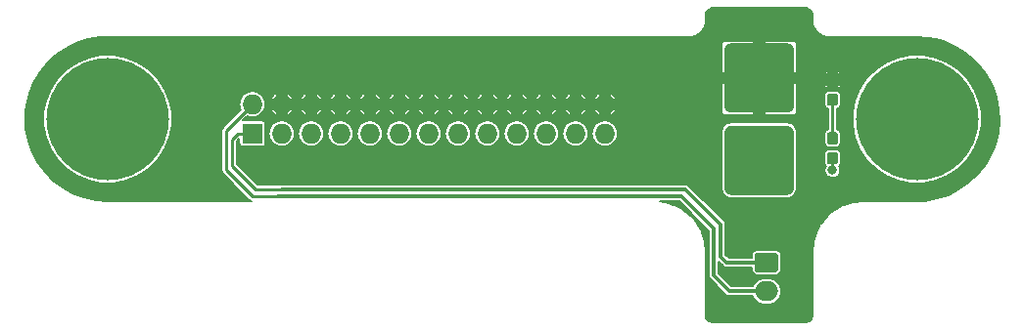
<source format=gbr>
G04 #@! TF.GenerationSoftware,KiCad,Pcbnew,(5.1.4)-1*
G04 #@! TF.CreationDate,2020-03-27T16:01:53-04:00*
G04 #@! TF.ProjectId,heatbed_breakout,68656174-6265-4645-9f62-7265616b6f75,rev?*
G04 #@! TF.SameCoordinates,PX8b91fb0PY68e7780*
G04 #@! TF.FileFunction,Copper,L1,Top*
G04 #@! TF.FilePolarity,Positive*
%FSLAX46Y46*%
G04 Gerber Fmt 4.6, Leading zero omitted, Abs format (unit mm)*
G04 Created by KiCad (PCBNEW (5.1.4)-1) date 2020-03-27 16:01:53*
%MOMM*%
%LPD*%
G04 APERTURE LIST*
%ADD10C,0.100000*%
%ADD11C,6.000000*%
%ADD12C,10.600000*%
%ADD13C,0.950000*%
%ADD14O,2.000000X1.700000*%
%ADD15C,1.700000*%
%ADD16O,1.727200X1.727200*%
%ADD17R,1.727200X1.727200*%
%ADD18C,0.800000*%
%ADD19C,0.254000*%
%ADD20C,0.304800*%
%ADD21C,0.152400*%
G04 APERTURE END LIST*
D10*
G36*
X2458810Y6572111D02*
G01*
X2517054Y6563471D01*
X2574171Y6549164D01*
X2629610Y6529328D01*
X2682838Y6504153D01*
X2733342Y6473882D01*
X2780636Y6438806D01*
X2824264Y6399264D01*
X2863806Y6355636D01*
X2898882Y6308342D01*
X2929153Y6257838D01*
X2954328Y6204610D01*
X2974164Y6149171D01*
X2988471Y6092054D01*
X2997111Y6033810D01*
X3000000Y5975000D01*
X3000000Y1175000D01*
X2997111Y1116190D01*
X2988471Y1057946D01*
X2974164Y1000829D01*
X2954328Y945390D01*
X2929153Y892162D01*
X2898882Y841658D01*
X2863806Y794364D01*
X2824264Y750736D01*
X2780636Y711194D01*
X2733342Y676118D01*
X2682838Y645847D01*
X2629610Y620672D01*
X2574171Y600836D01*
X2517054Y586529D01*
X2458810Y577889D01*
X2400000Y575000D01*
X-2400000Y575000D01*
X-2458810Y577889D01*
X-2517054Y586529D01*
X-2574171Y600836D01*
X-2629610Y620672D01*
X-2682838Y645847D01*
X-2733342Y676118D01*
X-2780636Y711194D01*
X-2824264Y750736D01*
X-2863806Y794364D01*
X-2898882Y841658D01*
X-2929153Y892162D01*
X-2954328Y945390D01*
X-2974164Y1000829D01*
X-2988471Y1057946D01*
X-2997111Y1116190D01*
X-3000000Y1175000D01*
X-3000000Y5975000D01*
X-2997111Y6033810D01*
X-2988471Y6092054D01*
X-2974164Y6149171D01*
X-2954328Y6204610D01*
X-2929153Y6257838D01*
X-2898882Y6308342D01*
X-2863806Y6355636D01*
X-2824264Y6399264D01*
X-2780636Y6438806D01*
X-2733342Y6473882D01*
X-2682838Y6504153D01*
X-2629610Y6529328D01*
X-2574171Y6549164D01*
X-2517054Y6563471D01*
X-2458810Y6572111D01*
X-2400000Y6575000D01*
X2400000Y6575000D01*
X2458810Y6572111D01*
X2458810Y6572111D01*
G37*
D11*
X0Y3575000D03*
D10*
G36*
X2458810Y-577889D02*
G01*
X2517054Y-586529D01*
X2574171Y-600836D01*
X2629610Y-620672D01*
X2682838Y-645847D01*
X2733342Y-676118D01*
X2780636Y-711194D01*
X2824264Y-750736D01*
X2863806Y-794364D01*
X2898882Y-841658D01*
X2929153Y-892162D01*
X2954328Y-945390D01*
X2974164Y-1000829D01*
X2988471Y-1057946D01*
X2997111Y-1116190D01*
X3000000Y-1175000D01*
X3000000Y-5975000D01*
X2997111Y-6033810D01*
X2988471Y-6092054D01*
X2974164Y-6149171D01*
X2954328Y-6204610D01*
X2929153Y-6257838D01*
X2898882Y-6308342D01*
X2863806Y-6355636D01*
X2824264Y-6399264D01*
X2780636Y-6438806D01*
X2733342Y-6473882D01*
X2682838Y-6504153D01*
X2629610Y-6529328D01*
X2574171Y-6549164D01*
X2517054Y-6563471D01*
X2458810Y-6572111D01*
X2400000Y-6575000D01*
X-2400000Y-6575000D01*
X-2458810Y-6572111D01*
X-2517054Y-6563471D01*
X-2574171Y-6549164D01*
X-2629610Y-6529328D01*
X-2682838Y-6504153D01*
X-2733342Y-6473882D01*
X-2780636Y-6438806D01*
X-2824264Y-6399264D01*
X-2863806Y-6355636D01*
X-2898882Y-6308342D01*
X-2929153Y-6257838D01*
X-2954328Y-6204610D01*
X-2974164Y-6149171D01*
X-2988471Y-6092054D01*
X-2997111Y-6033810D01*
X-3000000Y-5975000D01*
X-3000000Y-1175000D01*
X-2997111Y-1116190D01*
X-2988471Y-1057946D01*
X-2974164Y-1000829D01*
X-2954328Y-945390D01*
X-2929153Y-892162D01*
X-2898882Y-841658D01*
X-2863806Y-794364D01*
X-2824264Y-750736D01*
X-2780636Y-711194D01*
X-2733342Y-676118D01*
X-2682838Y-645847D01*
X-2629610Y-620672D01*
X-2574171Y-600836D01*
X-2517054Y-586529D01*
X-2458810Y-577889D01*
X-2400000Y-575000D01*
X2400000Y-575000D01*
X2458810Y-577889D01*
X2458810Y-577889D01*
G37*
D11*
X0Y-3575000D03*
D12*
X13650000Y0D03*
X-56350000Y0D03*
D10*
G36*
X6610779Y2188856D02*
G01*
X6633834Y2185437D01*
X6656443Y2179773D01*
X6678387Y2171921D01*
X6699457Y2161956D01*
X6719448Y2149974D01*
X6738168Y2136090D01*
X6755438Y2120438D01*
X6771090Y2103168D01*
X6784974Y2084448D01*
X6796956Y2064457D01*
X6806921Y2043387D01*
X6814773Y2021443D01*
X6820437Y1998834D01*
X6823856Y1975779D01*
X6825000Y1952500D01*
X6825000Y1377500D01*
X6823856Y1354221D01*
X6820437Y1331166D01*
X6814773Y1308557D01*
X6806921Y1286613D01*
X6796956Y1265543D01*
X6784974Y1245552D01*
X6771090Y1226832D01*
X6755438Y1209562D01*
X6738168Y1193910D01*
X6719448Y1180026D01*
X6699457Y1168044D01*
X6678387Y1158079D01*
X6656443Y1150227D01*
X6633834Y1144563D01*
X6610779Y1141144D01*
X6587500Y1140000D01*
X6112500Y1140000D01*
X6089221Y1141144D01*
X6066166Y1144563D01*
X6043557Y1150227D01*
X6021613Y1158079D01*
X6000543Y1168044D01*
X5980552Y1180026D01*
X5961832Y1193910D01*
X5944562Y1209562D01*
X5928910Y1226832D01*
X5915026Y1245552D01*
X5903044Y1265543D01*
X5893079Y1286613D01*
X5885227Y1308557D01*
X5879563Y1331166D01*
X5876144Y1354221D01*
X5875000Y1377500D01*
X5875000Y1952500D01*
X5876144Y1975779D01*
X5879563Y1998834D01*
X5885227Y2021443D01*
X5893079Y2043387D01*
X5903044Y2064457D01*
X5915026Y2084448D01*
X5928910Y2103168D01*
X5944562Y2120438D01*
X5961832Y2136090D01*
X5980552Y2149974D01*
X6000543Y2161956D01*
X6021613Y2171921D01*
X6043557Y2179773D01*
X6066166Y2185437D01*
X6089221Y2188856D01*
X6112500Y2190000D01*
X6587500Y2190000D01*
X6610779Y2188856D01*
X6610779Y2188856D01*
G37*
D13*
X6350000Y1665000D03*
D10*
G36*
X6610779Y3938856D02*
G01*
X6633834Y3935437D01*
X6656443Y3929773D01*
X6678387Y3921921D01*
X6699457Y3911956D01*
X6719448Y3899974D01*
X6738168Y3886090D01*
X6755438Y3870438D01*
X6771090Y3853168D01*
X6784974Y3834448D01*
X6796956Y3814457D01*
X6806921Y3793387D01*
X6814773Y3771443D01*
X6820437Y3748834D01*
X6823856Y3725779D01*
X6825000Y3702500D01*
X6825000Y3127500D01*
X6823856Y3104221D01*
X6820437Y3081166D01*
X6814773Y3058557D01*
X6806921Y3036613D01*
X6796956Y3015543D01*
X6784974Y2995552D01*
X6771090Y2976832D01*
X6755438Y2959562D01*
X6738168Y2943910D01*
X6719448Y2930026D01*
X6699457Y2918044D01*
X6678387Y2908079D01*
X6656443Y2900227D01*
X6633834Y2894563D01*
X6610779Y2891144D01*
X6587500Y2890000D01*
X6112500Y2890000D01*
X6089221Y2891144D01*
X6066166Y2894563D01*
X6043557Y2900227D01*
X6021613Y2908079D01*
X6000543Y2918044D01*
X5980552Y2930026D01*
X5961832Y2943910D01*
X5944562Y2959562D01*
X5928910Y2976832D01*
X5915026Y2995552D01*
X5903044Y3015543D01*
X5893079Y3036613D01*
X5885227Y3058557D01*
X5879563Y3081166D01*
X5876144Y3104221D01*
X5875000Y3127500D01*
X5875000Y3702500D01*
X5876144Y3725779D01*
X5879563Y3748834D01*
X5885227Y3771443D01*
X5893079Y3793387D01*
X5903044Y3814457D01*
X5915026Y3834448D01*
X5928910Y3853168D01*
X5944562Y3870438D01*
X5961832Y3886090D01*
X5980552Y3899974D01*
X6000543Y3911956D01*
X6021613Y3921921D01*
X6043557Y3929773D01*
X6066166Y3935437D01*
X6089221Y3938856D01*
X6112500Y3940000D01*
X6587500Y3940000D01*
X6610779Y3938856D01*
X6610779Y3938856D01*
G37*
D13*
X6350000Y3415000D03*
D14*
X635000Y-14946000D03*
D10*
G36*
X1409504Y-11597204D02*
G01*
X1433773Y-11600804D01*
X1457571Y-11606765D01*
X1480671Y-11615030D01*
X1502849Y-11625520D01*
X1523893Y-11638133D01*
X1543598Y-11652747D01*
X1561777Y-11669223D01*
X1578253Y-11687402D01*
X1592867Y-11707107D01*
X1605480Y-11728151D01*
X1615970Y-11750329D01*
X1624235Y-11773429D01*
X1630196Y-11797227D01*
X1633796Y-11821496D01*
X1635000Y-11846000D01*
X1635000Y-13046000D01*
X1633796Y-13070504D01*
X1630196Y-13094773D01*
X1624235Y-13118571D01*
X1615970Y-13141671D01*
X1605480Y-13163849D01*
X1592867Y-13184893D01*
X1578253Y-13204598D01*
X1561777Y-13222777D01*
X1543598Y-13239253D01*
X1523893Y-13253867D01*
X1502849Y-13266480D01*
X1480671Y-13276970D01*
X1457571Y-13285235D01*
X1433773Y-13291196D01*
X1409504Y-13294796D01*
X1385000Y-13296000D01*
X-115000Y-13296000D01*
X-139504Y-13294796D01*
X-163773Y-13291196D01*
X-187571Y-13285235D01*
X-210671Y-13276970D01*
X-232849Y-13266480D01*
X-253893Y-13253867D01*
X-273598Y-13239253D01*
X-291777Y-13222777D01*
X-308253Y-13204598D01*
X-322867Y-13184893D01*
X-335480Y-13163849D01*
X-345970Y-13141671D01*
X-354235Y-13118571D01*
X-360196Y-13094773D01*
X-363796Y-13070504D01*
X-365000Y-13046000D01*
X-365000Y-11846000D01*
X-363796Y-11821496D01*
X-360196Y-11797227D01*
X-354235Y-11773429D01*
X-345970Y-11750329D01*
X-335480Y-11728151D01*
X-322867Y-11707107D01*
X-308253Y-11687402D01*
X-291777Y-11669223D01*
X-273598Y-11652747D01*
X-253893Y-11638133D01*
X-232849Y-11625520D01*
X-210671Y-11615030D01*
X-187571Y-11606765D01*
X-163773Y-11600804D01*
X-139504Y-11597204D01*
X-115000Y-11596000D01*
X1385000Y-11596000D01*
X1409504Y-11597204D01*
X1409504Y-11597204D01*
G37*
D15*
X635000Y-12446000D03*
D16*
X-13335000Y1270000D03*
X-13335000Y-1270000D03*
X-15875000Y1270000D03*
X-15875000Y-1270000D03*
X-18415000Y1270000D03*
X-18415000Y-1270000D03*
X-20955000Y1270000D03*
X-20955000Y-1270000D03*
X-23495000Y1270000D03*
X-23495000Y-1270000D03*
X-26035000Y1270000D03*
X-26035000Y-1270000D03*
X-28575000Y1270000D03*
X-28575000Y-1270000D03*
X-31115000Y1270000D03*
X-31115000Y-1270000D03*
X-33655000Y1270000D03*
X-33655000Y-1270000D03*
X-36195000Y1270000D03*
X-36195000Y-1270000D03*
X-38735000Y1270000D03*
X-38735000Y-1270000D03*
X-41275000Y1270000D03*
X-41275000Y-1270000D03*
X-43815000Y1270000D03*
D17*
X-43815000Y-1270000D03*
D10*
G36*
X6610779Y-1141144D02*
G01*
X6633834Y-1144563D01*
X6656443Y-1150227D01*
X6678387Y-1158079D01*
X6699457Y-1168044D01*
X6719448Y-1180026D01*
X6738168Y-1193910D01*
X6755438Y-1209562D01*
X6771090Y-1226832D01*
X6784974Y-1245552D01*
X6796956Y-1265543D01*
X6806921Y-1286613D01*
X6814773Y-1308557D01*
X6820437Y-1331166D01*
X6823856Y-1354221D01*
X6825000Y-1377500D01*
X6825000Y-1952500D01*
X6823856Y-1975779D01*
X6820437Y-1998834D01*
X6814773Y-2021443D01*
X6806921Y-2043387D01*
X6796956Y-2064457D01*
X6784974Y-2084448D01*
X6771090Y-2103168D01*
X6755438Y-2120438D01*
X6738168Y-2136090D01*
X6719448Y-2149974D01*
X6699457Y-2161956D01*
X6678387Y-2171921D01*
X6656443Y-2179773D01*
X6633834Y-2185437D01*
X6610779Y-2188856D01*
X6587500Y-2190000D01*
X6112500Y-2190000D01*
X6089221Y-2188856D01*
X6066166Y-2185437D01*
X6043557Y-2179773D01*
X6021613Y-2171921D01*
X6000543Y-2161956D01*
X5980552Y-2149974D01*
X5961832Y-2136090D01*
X5944562Y-2120438D01*
X5928910Y-2103168D01*
X5915026Y-2084448D01*
X5903044Y-2064457D01*
X5893079Y-2043387D01*
X5885227Y-2021443D01*
X5879563Y-1998834D01*
X5876144Y-1975779D01*
X5875000Y-1952500D01*
X5875000Y-1377500D01*
X5876144Y-1354221D01*
X5879563Y-1331166D01*
X5885227Y-1308557D01*
X5893079Y-1286613D01*
X5903044Y-1265543D01*
X5915026Y-1245552D01*
X5928910Y-1226832D01*
X5944562Y-1209562D01*
X5961832Y-1193910D01*
X5980552Y-1180026D01*
X6000543Y-1168044D01*
X6021613Y-1158079D01*
X6043557Y-1150227D01*
X6066166Y-1144563D01*
X6089221Y-1141144D01*
X6112500Y-1140000D01*
X6587500Y-1140000D01*
X6610779Y-1141144D01*
X6610779Y-1141144D01*
G37*
D13*
X6350000Y-1665000D03*
D10*
G36*
X6610779Y-2891144D02*
G01*
X6633834Y-2894563D01*
X6656443Y-2900227D01*
X6678387Y-2908079D01*
X6699457Y-2918044D01*
X6719448Y-2930026D01*
X6738168Y-2943910D01*
X6755438Y-2959562D01*
X6771090Y-2976832D01*
X6784974Y-2995552D01*
X6796956Y-3015543D01*
X6806921Y-3036613D01*
X6814773Y-3058557D01*
X6820437Y-3081166D01*
X6823856Y-3104221D01*
X6825000Y-3127500D01*
X6825000Y-3702500D01*
X6823856Y-3725779D01*
X6820437Y-3748834D01*
X6814773Y-3771443D01*
X6806921Y-3793387D01*
X6796956Y-3814457D01*
X6784974Y-3834448D01*
X6771090Y-3853168D01*
X6755438Y-3870438D01*
X6738168Y-3886090D01*
X6719448Y-3899974D01*
X6699457Y-3911956D01*
X6678387Y-3921921D01*
X6656443Y-3929773D01*
X6633834Y-3935437D01*
X6610779Y-3938856D01*
X6587500Y-3940000D01*
X6112500Y-3940000D01*
X6089221Y-3938856D01*
X6066166Y-3935437D01*
X6043557Y-3929773D01*
X6021613Y-3921921D01*
X6000543Y-3911956D01*
X5980552Y-3899974D01*
X5961832Y-3886090D01*
X5944562Y-3870438D01*
X5928910Y-3853168D01*
X5915026Y-3834448D01*
X5903044Y-3814457D01*
X5893079Y-3793387D01*
X5885227Y-3771443D01*
X5879563Y-3748834D01*
X5876144Y-3725779D01*
X5875000Y-3702500D01*
X5875000Y-3127500D01*
X5876144Y-3104221D01*
X5879563Y-3081166D01*
X5885227Y-3058557D01*
X5893079Y-3036613D01*
X5903044Y-3015543D01*
X5915026Y-2995552D01*
X5928910Y-2976832D01*
X5944562Y-2959562D01*
X5961832Y-2943910D01*
X5980552Y-2930026D01*
X6000543Y-2918044D01*
X6021613Y-2908079D01*
X6043557Y-2900227D01*
X6066166Y-2894563D01*
X6089221Y-2891144D01*
X6112500Y-2890000D01*
X6587500Y-2890000D01*
X6610779Y-2891144D01*
X6610779Y-2891144D01*
G37*
D13*
X6350000Y-3415000D03*
D18*
X6350000Y-4445000D03*
D19*
X6350000Y1665000D02*
X6350000Y-1665000D01*
X-41607908Y-6731000D02*
X-43815000Y-6731000D01*
X-43815000Y-6731000D02*
X-46101000Y-4445000D01*
X-46101000Y-1016000D02*
X-43815000Y1270000D01*
X-46101000Y-4445000D02*
X-46101000Y-1016000D01*
D20*
X-2580000Y-14946000D02*
X635000Y-14946000D01*
X-3937000Y-13589000D02*
X-2580000Y-14946000D01*
X-3937000Y-9525000D02*
X-3937000Y-13589000D01*
X-41607908Y-6731000D02*
X-6731000Y-6731000D01*
X-6731000Y-6731000D02*
X-3937000Y-9525000D01*
D19*
X-41275000Y-6096000D02*
X-43561000Y-6096000D01*
X-43561000Y-6096000D02*
X-45593000Y-4064000D01*
X-45593000Y-4064000D02*
X-45593000Y-1778000D01*
X-45085000Y-1270000D02*
X-43815000Y-1270000D01*
X-45593000Y-1778000D02*
X-45085000Y-1270000D01*
D20*
X-2794000Y-12446000D02*
X635000Y-12446000D01*
X-3302000Y-11938000D02*
X-2794000Y-12446000D01*
X-3302000Y-9144000D02*
X-3302000Y-11938000D01*
X-41275000Y-6096000D02*
X-6350000Y-6096000D01*
X-6350000Y-6096000D02*
X-3302000Y-9144000D01*
D19*
X6350000Y-3415000D02*
X6350000Y-4445000D01*
D21*
G36*
X4119876Y9605419D02*
G01*
X4235185Y9570606D01*
X4341537Y9514058D01*
X4434883Y9437927D01*
X4511660Y9345119D01*
X4568951Y9239163D01*
X4604568Y9124102D01*
X4619002Y8986774D01*
X4619001Y8481288D01*
X4620636Y8464684D01*
X4620593Y8458487D01*
X4621112Y8453193D01*
X4641513Y8259096D01*
X4648461Y8225248D01*
X4654927Y8191352D01*
X4656464Y8186259D01*
X4714175Y7999822D01*
X4727568Y7967961D01*
X4740493Y7935970D01*
X4742991Y7931273D01*
X4835817Y7759594D01*
X4855131Y7730959D01*
X4874035Y7702071D01*
X4877392Y7697956D01*
X4877397Y7697949D01*
X4877403Y7697943D01*
X5001801Y7547572D01*
X5026278Y7523265D01*
X5050462Y7498569D01*
X5054561Y7495178D01*
X5205804Y7371827D01*
X5234525Y7352744D01*
X5263058Y7333207D01*
X5267738Y7330677D01*
X5440060Y7239052D01*
X5471979Y7225896D01*
X5503725Y7212289D01*
X5508807Y7210716D01*
X5695644Y7154307D01*
X5729532Y7147597D01*
X5763294Y7140420D01*
X5768585Y7139864D01*
X5962818Y7120819D01*
X5962827Y7120819D01*
X5981286Y7119001D01*
X13636196Y7119001D01*
X14677525Y7043444D01*
X15683531Y6821338D01*
X16646933Y6456338D01*
X17547557Y5956086D01*
X18366532Y5331064D01*
X19086701Y4594366D01*
X19692980Y3761424D01*
X20172669Y2849685D01*
X20515720Y1878247D01*
X20714942Y867470D01*
X20766167Y-161488D01*
X20668318Y-1187065D01*
X20423450Y-2187759D01*
X20036687Y-3142635D01*
X19516128Y-4031682D01*
X18872690Y-4836262D01*
X18119841Y-5539534D01*
X17273356Y-6126761D01*
X16350970Y-6585642D01*
X15372003Y-6906564D01*
X14352680Y-7083548D01*
X13640517Y-7119001D01*
X8981287Y-7119001D01*
X8980630Y-7119066D01*
X8970752Y-7119100D01*
X8954188Y-7120782D01*
X8937545Y-7120666D01*
X8932250Y-7121185D01*
X8155863Y-7202787D01*
X8122048Y-7209728D01*
X8088116Y-7216201D01*
X8083023Y-7217739D01*
X7337274Y-7448587D01*
X7305450Y-7461965D01*
X7273423Y-7474904D01*
X7268725Y-7477402D01*
X6582016Y-7848705D01*
X6553415Y-7867996D01*
X6524493Y-7886922D01*
X6520370Y-7890285D01*
X5918859Y-8387898D01*
X5894495Y-8412432D01*
X5869855Y-8436562D01*
X5866469Y-8440655D01*
X5866464Y-8440660D01*
X5866460Y-8440665D01*
X5373062Y-9045632D01*
X5353984Y-9074346D01*
X5334443Y-9102885D01*
X5331913Y-9107565D01*
X4965414Y-9796850D01*
X4952258Y-9828769D01*
X4938651Y-9860515D01*
X4937078Y-9865597D01*
X4711441Y-10612942D01*
X4704729Y-10646838D01*
X4697554Y-10680593D01*
X4696998Y-10685884D01*
X4620819Y-11462821D01*
X4620819Y-11462838D01*
X4619002Y-11481287D01*
X4619001Y-16981362D01*
X4605419Y-17119876D01*
X4570605Y-17235189D01*
X4514058Y-17341537D01*
X4437928Y-17434883D01*
X4345120Y-17511660D01*
X4239163Y-17568951D01*
X4124103Y-17604568D01*
X3986782Y-17619001D01*
X-3981362Y-17619001D01*
X-4119876Y-17605419D01*
X-4235189Y-17570605D01*
X-4341537Y-17514058D01*
X-4434883Y-17437928D01*
X-4511660Y-17345120D01*
X-4568951Y-17239163D01*
X-4604568Y-17124103D01*
X-4619001Y-16986782D01*
X-4619003Y-11481287D01*
X-4619067Y-11480641D01*
X-4619101Y-11470752D01*
X-4620783Y-11454188D01*
X-4620667Y-11437545D01*
X-4621186Y-11432250D01*
X-4702788Y-10655863D01*
X-4709729Y-10622048D01*
X-4716202Y-10588116D01*
X-4717740Y-10583023D01*
X-4948588Y-9837274D01*
X-4961966Y-9805450D01*
X-4974905Y-9773423D01*
X-4977403Y-9768725D01*
X-5348706Y-9082016D01*
X-5367997Y-9053415D01*
X-5386923Y-9024493D01*
X-5390286Y-9020370D01*
X-5887899Y-8418859D01*
X-5912433Y-8394495D01*
X-5936563Y-8369855D01*
X-5940656Y-8366469D01*
X-5940661Y-8366464D01*
X-5940666Y-8366460D01*
X-6545633Y-7873062D01*
X-6574347Y-7853984D01*
X-6602886Y-7834443D01*
X-6607566Y-7831913D01*
X-7296851Y-7465414D01*
X-7328770Y-7452258D01*
X-7360516Y-7438651D01*
X-7365598Y-7437078D01*
X-8112943Y-7211441D01*
X-8146839Y-7204729D01*
X-8180594Y-7197554D01*
X-8185885Y-7196998D01*
X-8567301Y-7159600D01*
X-6908531Y-7159600D01*
X-4365600Y-9702532D01*
X-4365599Y-13567942D01*
X-4367673Y-13589000D01*
X-4359398Y-13673020D01*
X-4334889Y-13753811D01*
X-4295091Y-13828269D01*
X-4241531Y-13893532D01*
X-4225181Y-13906951D01*
X-2897951Y-15234181D01*
X-2884532Y-15250532D01*
X-2819269Y-15304092D01*
X-2744811Y-15343890D01*
X-2688529Y-15360963D01*
X-2664021Y-15368398D01*
X-2580000Y-15376673D01*
X-2558952Y-15374600D01*
X-561861Y-15374600D01*
X-560507Y-15379063D01*
X-455932Y-15574710D01*
X-315197Y-15746197D01*
X-143710Y-15886932D01*
X51937Y-15991507D01*
X264226Y-16055905D01*
X429675Y-16072200D01*
X840325Y-16072200D01*
X1005774Y-16055905D01*
X1218063Y-15991507D01*
X1413710Y-15886932D01*
X1585197Y-15746197D01*
X1725932Y-15574710D01*
X1830507Y-15379063D01*
X1894905Y-15166774D01*
X1916649Y-14946000D01*
X1894905Y-14725226D01*
X1830507Y-14512937D01*
X1725932Y-14317290D01*
X1585197Y-14145803D01*
X1413710Y-14005068D01*
X1218063Y-13900493D01*
X1005774Y-13836095D01*
X840325Y-13819800D01*
X429675Y-13819800D01*
X264226Y-13836095D01*
X51937Y-13900493D01*
X-143710Y-14005068D01*
X-315197Y-14145803D01*
X-455932Y-14317290D01*
X-560507Y-14512937D01*
X-561861Y-14517400D01*
X-2402468Y-14517400D01*
X-3508400Y-13411469D01*
X-3508400Y-12337731D01*
X-3111951Y-12734181D01*
X-3098532Y-12750532D01*
X-3033269Y-12804092D01*
X-2958811Y-12843890D01*
X-2878020Y-12868398D01*
X-2815048Y-12874600D01*
X-2815039Y-12874600D01*
X-2794001Y-12876672D01*
X-2772963Y-12874600D01*
X-642536Y-12874600D01*
X-642536Y-13046000D01*
X-632400Y-13148917D01*
X-602380Y-13247879D01*
X-553630Y-13339083D01*
X-488024Y-13419024D01*
X-408083Y-13484630D01*
X-316879Y-13533380D01*
X-217917Y-13563400D01*
X-115000Y-13573536D01*
X1385000Y-13573536D01*
X1487917Y-13563400D01*
X1586879Y-13533380D01*
X1678083Y-13484630D01*
X1758024Y-13419024D01*
X1823630Y-13339083D01*
X1872380Y-13247879D01*
X1902400Y-13148917D01*
X1912536Y-13046000D01*
X1912536Y-11846000D01*
X1902400Y-11743083D01*
X1872380Y-11644121D01*
X1823630Y-11552917D01*
X1758024Y-11472976D01*
X1678083Y-11407370D01*
X1586879Y-11358620D01*
X1487917Y-11328600D01*
X1385000Y-11318464D01*
X-115000Y-11318464D01*
X-217917Y-11328600D01*
X-316879Y-11358620D01*
X-408083Y-11407370D01*
X-488024Y-11472976D01*
X-553630Y-11552917D01*
X-602380Y-11644121D01*
X-632400Y-11743083D01*
X-642536Y-11846000D01*
X-642536Y-12017400D01*
X-2616468Y-12017400D01*
X-2873400Y-11760469D01*
X-2873400Y-9165048D01*
X-2871327Y-9144000D01*
X-2879602Y-9059979D01*
X-2891618Y-9020370D01*
X-2904110Y-8979189D01*
X-2943908Y-8904731D01*
X-2997468Y-8839468D01*
X-3013818Y-8826050D01*
X-6032045Y-5807824D01*
X-6045468Y-5791468D01*
X-6110731Y-5737908D01*
X-6185189Y-5698110D01*
X-6265980Y-5673602D01*
X-6328952Y-5667400D01*
X-6350000Y-5665327D01*
X-6371048Y-5667400D01*
X-41296048Y-5667400D01*
X-41359020Y-5673602D01*
X-41422307Y-5692800D01*
X-43393989Y-5692800D01*
X-45189800Y-3896990D01*
X-45189800Y-1945010D01*
X-44956136Y-1711347D01*
X-44956136Y-2133600D01*
X-44950803Y-2187745D01*
X-44935010Y-2239808D01*
X-44909363Y-2287791D01*
X-44874848Y-2329848D01*
X-44832791Y-2364363D01*
X-44784808Y-2390010D01*
X-44732745Y-2405803D01*
X-44678600Y-2411136D01*
X-42951400Y-2411136D01*
X-42897255Y-2405803D01*
X-42845192Y-2390010D01*
X-42797209Y-2364363D01*
X-42755152Y-2329848D01*
X-42720637Y-2287791D01*
X-42694990Y-2239808D01*
X-42679197Y-2187745D01*
X-42673864Y-2133600D01*
X-42673864Y-1270000D01*
X-42420315Y-1270000D01*
X-42398308Y-1493440D01*
X-42333133Y-1708293D01*
X-42227295Y-1906303D01*
X-42084860Y-2079860D01*
X-41911303Y-2222295D01*
X-41713293Y-2328133D01*
X-41498440Y-2393308D01*
X-41330995Y-2409800D01*
X-41219005Y-2409800D01*
X-41051560Y-2393308D01*
X-40836707Y-2328133D01*
X-40638697Y-2222295D01*
X-40465140Y-2079860D01*
X-40322705Y-1906303D01*
X-40216867Y-1708293D01*
X-40151692Y-1493440D01*
X-40129685Y-1270000D01*
X-39880315Y-1270000D01*
X-39858308Y-1493440D01*
X-39793133Y-1708293D01*
X-39687295Y-1906303D01*
X-39544860Y-2079860D01*
X-39371303Y-2222295D01*
X-39173293Y-2328133D01*
X-38958440Y-2393308D01*
X-38790995Y-2409800D01*
X-38679005Y-2409800D01*
X-38511560Y-2393308D01*
X-38296707Y-2328133D01*
X-38098697Y-2222295D01*
X-37925140Y-2079860D01*
X-37782705Y-1906303D01*
X-37676867Y-1708293D01*
X-37611692Y-1493440D01*
X-37589685Y-1270000D01*
X-37340315Y-1270000D01*
X-37318308Y-1493440D01*
X-37253133Y-1708293D01*
X-37147295Y-1906303D01*
X-37004860Y-2079860D01*
X-36831303Y-2222295D01*
X-36633293Y-2328133D01*
X-36418440Y-2393308D01*
X-36250995Y-2409800D01*
X-36139005Y-2409800D01*
X-35971560Y-2393308D01*
X-35756707Y-2328133D01*
X-35558697Y-2222295D01*
X-35385140Y-2079860D01*
X-35242705Y-1906303D01*
X-35136867Y-1708293D01*
X-35071692Y-1493440D01*
X-35049685Y-1270000D01*
X-34800315Y-1270000D01*
X-34778308Y-1493440D01*
X-34713133Y-1708293D01*
X-34607295Y-1906303D01*
X-34464860Y-2079860D01*
X-34291303Y-2222295D01*
X-34093293Y-2328133D01*
X-33878440Y-2393308D01*
X-33710995Y-2409800D01*
X-33599005Y-2409800D01*
X-33431560Y-2393308D01*
X-33216707Y-2328133D01*
X-33018697Y-2222295D01*
X-32845140Y-2079860D01*
X-32702705Y-1906303D01*
X-32596867Y-1708293D01*
X-32531692Y-1493440D01*
X-32509685Y-1270000D01*
X-32260315Y-1270000D01*
X-32238308Y-1493440D01*
X-32173133Y-1708293D01*
X-32067295Y-1906303D01*
X-31924860Y-2079860D01*
X-31751303Y-2222295D01*
X-31553293Y-2328133D01*
X-31338440Y-2393308D01*
X-31170995Y-2409800D01*
X-31059005Y-2409800D01*
X-30891560Y-2393308D01*
X-30676707Y-2328133D01*
X-30478697Y-2222295D01*
X-30305140Y-2079860D01*
X-30162705Y-1906303D01*
X-30056867Y-1708293D01*
X-29991692Y-1493440D01*
X-29969685Y-1270000D01*
X-29720315Y-1270000D01*
X-29698308Y-1493440D01*
X-29633133Y-1708293D01*
X-29527295Y-1906303D01*
X-29384860Y-2079860D01*
X-29211303Y-2222295D01*
X-29013293Y-2328133D01*
X-28798440Y-2393308D01*
X-28630995Y-2409800D01*
X-28519005Y-2409800D01*
X-28351560Y-2393308D01*
X-28136707Y-2328133D01*
X-27938697Y-2222295D01*
X-27765140Y-2079860D01*
X-27622705Y-1906303D01*
X-27516867Y-1708293D01*
X-27451692Y-1493440D01*
X-27429685Y-1270000D01*
X-27180315Y-1270000D01*
X-27158308Y-1493440D01*
X-27093133Y-1708293D01*
X-26987295Y-1906303D01*
X-26844860Y-2079860D01*
X-26671303Y-2222295D01*
X-26473293Y-2328133D01*
X-26258440Y-2393308D01*
X-26090995Y-2409800D01*
X-25979005Y-2409800D01*
X-25811560Y-2393308D01*
X-25596707Y-2328133D01*
X-25398697Y-2222295D01*
X-25225140Y-2079860D01*
X-25082705Y-1906303D01*
X-24976867Y-1708293D01*
X-24911692Y-1493440D01*
X-24889685Y-1270000D01*
X-24640315Y-1270000D01*
X-24618308Y-1493440D01*
X-24553133Y-1708293D01*
X-24447295Y-1906303D01*
X-24304860Y-2079860D01*
X-24131303Y-2222295D01*
X-23933293Y-2328133D01*
X-23718440Y-2393308D01*
X-23550995Y-2409800D01*
X-23439005Y-2409800D01*
X-23271560Y-2393308D01*
X-23056707Y-2328133D01*
X-22858697Y-2222295D01*
X-22685140Y-2079860D01*
X-22542705Y-1906303D01*
X-22436867Y-1708293D01*
X-22371692Y-1493440D01*
X-22349685Y-1270000D01*
X-22100315Y-1270000D01*
X-22078308Y-1493440D01*
X-22013133Y-1708293D01*
X-21907295Y-1906303D01*
X-21764860Y-2079860D01*
X-21591303Y-2222295D01*
X-21393293Y-2328133D01*
X-21178440Y-2393308D01*
X-21010995Y-2409800D01*
X-20899005Y-2409800D01*
X-20731560Y-2393308D01*
X-20516707Y-2328133D01*
X-20318697Y-2222295D01*
X-20145140Y-2079860D01*
X-20002705Y-1906303D01*
X-19896867Y-1708293D01*
X-19831692Y-1493440D01*
X-19809685Y-1270000D01*
X-19560315Y-1270000D01*
X-19538308Y-1493440D01*
X-19473133Y-1708293D01*
X-19367295Y-1906303D01*
X-19224860Y-2079860D01*
X-19051303Y-2222295D01*
X-18853293Y-2328133D01*
X-18638440Y-2393308D01*
X-18470995Y-2409800D01*
X-18359005Y-2409800D01*
X-18191560Y-2393308D01*
X-17976707Y-2328133D01*
X-17778697Y-2222295D01*
X-17605140Y-2079860D01*
X-17462705Y-1906303D01*
X-17356867Y-1708293D01*
X-17291692Y-1493440D01*
X-17269685Y-1270000D01*
X-17020315Y-1270000D01*
X-16998308Y-1493440D01*
X-16933133Y-1708293D01*
X-16827295Y-1906303D01*
X-16684860Y-2079860D01*
X-16511303Y-2222295D01*
X-16313293Y-2328133D01*
X-16098440Y-2393308D01*
X-15930995Y-2409800D01*
X-15819005Y-2409800D01*
X-15651560Y-2393308D01*
X-15436707Y-2328133D01*
X-15238697Y-2222295D01*
X-15065140Y-2079860D01*
X-14922705Y-1906303D01*
X-14816867Y-1708293D01*
X-14751692Y-1493440D01*
X-14729685Y-1270000D01*
X-14480315Y-1270000D01*
X-14458308Y-1493440D01*
X-14393133Y-1708293D01*
X-14287295Y-1906303D01*
X-14144860Y-2079860D01*
X-13971303Y-2222295D01*
X-13773293Y-2328133D01*
X-13558440Y-2393308D01*
X-13390995Y-2409800D01*
X-13279005Y-2409800D01*
X-13111560Y-2393308D01*
X-12896707Y-2328133D01*
X-12698697Y-2222295D01*
X-12525140Y-2079860D01*
X-12382705Y-1906303D01*
X-12276867Y-1708293D01*
X-12211692Y-1493440D01*
X-12189685Y-1270000D01*
X-12199041Y-1175000D01*
X-3277536Y-1175000D01*
X-3277536Y-5975000D01*
X-3260674Y-6146199D01*
X-3210738Y-6310818D01*
X-3129645Y-6462533D01*
X-3020512Y-6595512D01*
X-2887533Y-6704645D01*
X-2735818Y-6785738D01*
X-2571199Y-6835674D01*
X-2400000Y-6852536D01*
X2400000Y-6852536D01*
X2571199Y-6835674D01*
X2735818Y-6785738D01*
X2887533Y-6704645D01*
X3020512Y-6595512D01*
X3129645Y-6462533D01*
X3210738Y-6310818D01*
X3260674Y-6146199D01*
X3277536Y-5975000D01*
X3277536Y-3127500D01*
X5597464Y-3127500D01*
X5597464Y-3702500D01*
X5607360Y-3802979D01*
X5636669Y-3899596D01*
X5684263Y-3988639D01*
X5748315Y-4066685D01*
X5774929Y-4088527D01*
X5750759Y-4124699D01*
X5699786Y-4247760D01*
X5673800Y-4378400D01*
X5673800Y-4511600D01*
X5699786Y-4642240D01*
X5750759Y-4765301D01*
X5824761Y-4876052D01*
X5918948Y-4970239D01*
X6029699Y-5044241D01*
X6152760Y-5095214D01*
X6283400Y-5121200D01*
X6416600Y-5121200D01*
X6547240Y-5095214D01*
X6670301Y-5044241D01*
X6781052Y-4970239D01*
X6875239Y-4876052D01*
X6949241Y-4765301D01*
X7000214Y-4642240D01*
X7026200Y-4511600D01*
X7026200Y-4378400D01*
X7000214Y-4247760D01*
X6949241Y-4124699D01*
X6925071Y-4088527D01*
X6951685Y-4066685D01*
X7015737Y-3988639D01*
X7063331Y-3899596D01*
X7092640Y-3802979D01*
X7102536Y-3702500D01*
X7102536Y-3127500D01*
X7092640Y-3027021D01*
X7063331Y-2930404D01*
X7015737Y-2841361D01*
X6951685Y-2763315D01*
X6873639Y-2699263D01*
X6784596Y-2651669D01*
X6687979Y-2622360D01*
X6587500Y-2612464D01*
X6112500Y-2612464D01*
X6012021Y-2622360D01*
X5915404Y-2651669D01*
X5826361Y-2699263D01*
X5748315Y-2763315D01*
X5684263Y-2841361D01*
X5636669Y-2930404D01*
X5607360Y-3027021D01*
X5597464Y-3127500D01*
X3277536Y-3127500D01*
X3277536Y-1175000D01*
X3260674Y-1003801D01*
X3210738Y-839182D01*
X3129645Y-687467D01*
X3020512Y-554488D01*
X2887533Y-445355D01*
X2735818Y-364262D01*
X2571199Y-314326D01*
X2400000Y-297464D01*
X-2400000Y-297464D01*
X-2571199Y-314326D01*
X-2735818Y-364262D01*
X-2887533Y-445355D01*
X-3020512Y-554488D01*
X-3129645Y-687467D01*
X-3210738Y-839182D01*
X-3260674Y-1003801D01*
X-3277536Y-1175000D01*
X-12199041Y-1175000D01*
X-12211692Y-1046560D01*
X-12276867Y-831707D01*
X-12382705Y-633697D01*
X-12525140Y-460140D01*
X-12698697Y-317705D01*
X-12896707Y-211867D01*
X-13111560Y-146692D01*
X-13279005Y-130200D01*
X-13390995Y-130200D01*
X-13558440Y-146692D01*
X-13773293Y-211867D01*
X-13971303Y-317705D01*
X-14144860Y-460140D01*
X-14287295Y-633697D01*
X-14393133Y-831707D01*
X-14458308Y-1046560D01*
X-14480315Y-1270000D01*
X-14729685Y-1270000D01*
X-14751692Y-1046560D01*
X-14816867Y-831707D01*
X-14922705Y-633697D01*
X-15065140Y-460140D01*
X-15238697Y-317705D01*
X-15436707Y-211867D01*
X-15651560Y-146692D01*
X-15819005Y-130200D01*
X-15930995Y-130200D01*
X-16098440Y-146692D01*
X-16313293Y-211867D01*
X-16511303Y-317705D01*
X-16684860Y-460140D01*
X-16827295Y-633697D01*
X-16933133Y-831707D01*
X-16998308Y-1046560D01*
X-17020315Y-1270000D01*
X-17269685Y-1270000D01*
X-17291692Y-1046560D01*
X-17356867Y-831707D01*
X-17462705Y-633697D01*
X-17605140Y-460140D01*
X-17778697Y-317705D01*
X-17976707Y-211867D01*
X-18191560Y-146692D01*
X-18359005Y-130200D01*
X-18470995Y-130200D01*
X-18638440Y-146692D01*
X-18853293Y-211867D01*
X-19051303Y-317705D01*
X-19224860Y-460140D01*
X-19367295Y-633697D01*
X-19473133Y-831707D01*
X-19538308Y-1046560D01*
X-19560315Y-1270000D01*
X-19809685Y-1270000D01*
X-19831692Y-1046560D01*
X-19896867Y-831707D01*
X-20002705Y-633697D01*
X-20145140Y-460140D01*
X-20318697Y-317705D01*
X-20516707Y-211867D01*
X-20731560Y-146692D01*
X-20899005Y-130200D01*
X-21010995Y-130200D01*
X-21178440Y-146692D01*
X-21393293Y-211867D01*
X-21591303Y-317705D01*
X-21764860Y-460140D01*
X-21907295Y-633697D01*
X-22013133Y-831707D01*
X-22078308Y-1046560D01*
X-22100315Y-1270000D01*
X-22349685Y-1270000D01*
X-22371692Y-1046560D01*
X-22436867Y-831707D01*
X-22542705Y-633697D01*
X-22685140Y-460140D01*
X-22858697Y-317705D01*
X-23056707Y-211867D01*
X-23271560Y-146692D01*
X-23439005Y-130200D01*
X-23550995Y-130200D01*
X-23718440Y-146692D01*
X-23933293Y-211867D01*
X-24131303Y-317705D01*
X-24304860Y-460140D01*
X-24447295Y-633697D01*
X-24553133Y-831707D01*
X-24618308Y-1046560D01*
X-24640315Y-1270000D01*
X-24889685Y-1270000D01*
X-24911692Y-1046560D01*
X-24976867Y-831707D01*
X-25082705Y-633697D01*
X-25225140Y-460140D01*
X-25398697Y-317705D01*
X-25596707Y-211867D01*
X-25811560Y-146692D01*
X-25979005Y-130200D01*
X-26090995Y-130200D01*
X-26258440Y-146692D01*
X-26473293Y-211867D01*
X-26671303Y-317705D01*
X-26844860Y-460140D01*
X-26987295Y-633697D01*
X-27093133Y-831707D01*
X-27158308Y-1046560D01*
X-27180315Y-1270000D01*
X-27429685Y-1270000D01*
X-27451692Y-1046560D01*
X-27516867Y-831707D01*
X-27622705Y-633697D01*
X-27765140Y-460140D01*
X-27938697Y-317705D01*
X-28136707Y-211867D01*
X-28351560Y-146692D01*
X-28519005Y-130200D01*
X-28630995Y-130200D01*
X-28798440Y-146692D01*
X-29013293Y-211867D01*
X-29211303Y-317705D01*
X-29384860Y-460140D01*
X-29527295Y-633697D01*
X-29633133Y-831707D01*
X-29698308Y-1046560D01*
X-29720315Y-1270000D01*
X-29969685Y-1270000D01*
X-29991692Y-1046560D01*
X-30056867Y-831707D01*
X-30162705Y-633697D01*
X-30305140Y-460140D01*
X-30478697Y-317705D01*
X-30676707Y-211867D01*
X-30891560Y-146692D01*
X-31059005Y-130200D01*
X-31170995Y-130200D01*
X-31338440Y-146692D01*
X-31553293Y-211867D01*
X-31751303Y-317705D01*
X-31924860Y-460140D01*
X-32067295Y-633697D01*
X-32173133Y-831707D01*
X-32238308Y-1046560D01*
X-32260315Y-1270000D01*
X-32509685Y-1270000D01*
X-32531692Y-1046560D01*
X-32596867Y-831707D01*
X-32702705Y-633697D01*
X-32845140Y-460140D01*
X-33018697Y-317705D01*
X-33216707Y-211867D01*
X-33431560Y-146692D01*
X-33599005Y-130200D01*
X-33710995Y-130200D01*
X-33878440Y-146692D01*
X-34093293Y-211867D01*
X-34291303Y-317705D01*
X-34464860Y-460140D01*
X-34607295Y-633697D01*
X-34713133Y-831707D01*
X-34778308Y-1046560D01*
X-34800315Y-1270000D01*
X-35049685Y-1270000D01*
X-35071692Y-1046560D01*
X-35136867Y-831707D01*
X-35242705Y-633697D01*
X-35385140Y-460140D01*
X-35558697Y-317705D01*
X-35756707Y-211867D01*
X-35971560Y-146692D01*
X-36139005Y-130200D01*
X-36250995Y-130200D01*
X-36418440Y-146692D01*
X-36633293Y-211867D01*
X-36831303Y-317705D01*
X-37004860Y-460140D01*
X-37147295Y-633697D01*
X-37253133Y-831707D01*
X-37318308Y-1046560D01*
X-37340315Y-1270000D01*
X-37589685Y-1270000D01*
X-37611692Y-1046560D01*
X-37676867Y-831707D01*
X-37782705Y-633697D01*
X-37925140Y-460140D01*
X-38098697Y-317705D01*
X-38296707Y-211867D01*
X-38511560Y-146692D01*
X-38679005Y-130200D01*
X-38790995Y-130200D01*
X-38958440Y-146692D01*
X-39173293Y-211867D01*
X-39371303Y-317705D01*
X-39544860Y-460140D01*
X-39687295Y-633697D01*
X-39793133Y-831707D01*
X-39858308Y-1046560D01*
X-39880315Y-1270000D01*
X-40129685Y-1270000D01*
X-40151692Y-1046560D01*
X-40216867Y-831707D01*
X-40322705Y-633697D01*
X-40465140Y-460140D01*
X-40638697Y-317705D01*
X-40836707Y-211867D01*
X-41051560Y-146692D01*
X-41219005Y-130200D01*
X-41330995Y-130200D01*
X-41498440Y-146692D01*
X-41713293Y-211867D01*
X-41911303Y-317705D01*
X-42084860Y-460140D01*
X-42227295Y-633697D01*
X-42333133Y-831707D01*
X-42398308Y-1046560D01*
X-42420315Y-1270000D01*
X-42673864Y-1270000D01*
X-42673864Y-406400D01*
X-42679197Y-352255D01*
X-42694990Y-300192D01*
X-42720637Y-252209D01*
X-42755152Y-210152D01*
X-42797209Y-175637D01*
X-42845192Y-149990D01*
X-42897255Y-134197D01*
X-42951400Y-128864D01*
X-44643653Y-128864D01*
X-44285635Y229154D01*
X-44253293Y211867D01*
X-44038440Y146692D01*
X-43870995Y130200D01*
X-43759005Y130200D01*
X-43591560Y146692D01*
X-43376707Y211867D01*
X-43178697Y317705D01*
X-43005140Y460140D01*
X-42862705Y633697D01*
X-42756867Y831707D01*
X-42754898Y838200D01*
X-42221094Y838200D01*
X-42198344Y686574D01*
X-42066781Y517649D01*
X-41904791Y377636D01*
X-41858422Y346680D01*
X-41706800Y329321D01*
X-41706800Y838200D01*
X-40843200Y838200D01*
X-40843200Y329321D01*
X-40691578Y346680D01*
X-40645209Y377636D01*
X-40483219Y517649D01*
X-40351656Y686574D01*
X-40328906Y838200D01*
X-39681094Y838200D01*
X-39658344Y686574D01*
X-39526781Y517649D01*
X-39364791Y377636D01*
X-39318422Y346680D01*
X-39166800Y329321D01*
X-39166800Y838200D01*
X-38303200Y838200D01*
X-38303200Y329321D01*
X-38151578Y346680D01*
X-38105209Y377636D01*
X-37943219Y517649D01*
X-37811656Y686574D01*
X-37788906Y838200D01*
X-37141094Y838200D01*
X-37118344Y686574D01*
X-36986781Y517649D01*
X-36824791Y377636D01*
X-36778422Y346680D01*
X-36626800Y329321D01*
X-36626800Y838200D01*
X-35763200Y838200D01*
X-35763200Y329321D01*
X-35611578Y346680D01*
X-35565209Y377636D01*
X-35403219Y517649D01*
X-35271656Y686574D01*
X-35248906Y838200D01*
X-34601094Y838200D01*
X-34578344Y686574D01*
X-34446781Y517649D01*
X-34284791Y377636D01*
X-34238422Y346680D01*
X-34086800Y329321D01*
X-34086800Y838200D01*
X-33223200Y838200D01*
X-33223200Y329321D01*
X-33071578Y346680D01*
X-33025209Y377636D01*
X-32863219Y517649D01*
X-32731656Y686574D01*
X-32708906Y838200D01*
X-32061094Y838200D01*
X-32038344Y686574D01*
X-31906781Y517649D01*
X-31744791Y377636D01*
X-31698422Y346680D01*
X-31546800Y329321D01*
X-31546800Y838200D01*
X-30683200Y838200D01*
X-30683200Y329321D01*
X-30531578Y346680D01*
X-30485209Y377636D01*
X-30323219Y517649D01*
X-30191656Y686574D01*
X-30168906Y838200D01*
X-29521094Y838200D01*
X-29498344Y686574D01*
X-29366781Y517649D01*
X-29204791Y377636D01*
X-29158422Y346680D01*
X-29006800Y329321D01*
X-29006800Y838200D01*
X-28143200Y838200D01*
X-28143200Y329321D01*
X-27991578Y346680D01*
X-27945209Y377636D01*
X-27783219Y517649D01*
X-27651656Y686574D01*
X-27628906Y838200D01*
X-26981094Y838200D01*
X-26958344Y686574D01*
X-26826781Y517649D01*
X-26664791Y377636D01*
X-26618422Y346680D01*
X-26466800Y329321D01*
X-26466800Y838200D01*
X-25603200Y838200D01*
X-25603200Y329321D01*
X-25451578Y346680D01*
X-25405209Y377636D01*
X-25243219Y517649D01*
X-25111656Y686574D01*
X-25088906Y838200D01*
X-24441094Y838200D01*
X-24418344Y686574D01*
X-24286781Y517649D01*
X-24124791Y377636D01*
X-24078422Y346680D01*
X-23926800Y329321D01*
X-23926800Y838200D01*
X-23063200Y838200D01*
X-23063200Y329321D01*
X-22911578Y346680D01*
X-22865209Y377636D01*
X-22703219Y517649D01*
X-22571656Y686574D01*
X-22548906Y838200D01*
X-21901094Y838200D01*
X-21878344Y686574D01*
X-21746781Y517649D01*
X-21584791Y377636D01*
X-21538422Y346680D01*
X-21386800Y329321D01*
X-21386800Y838200D01*
X-20523200Y838200D01*
X-20523200Y329321D01*
X-20371578Y346680D01*
X-20325209Y377636D01*
X-20163219Y517649D01*
X-20031656Y686574D01*
X-20008906Y838200D01*
X-19361094Y838200D01*
X-19338344Y686574D01*
X-19206781Y517649D01*
X-19044791Y377636D01*
X-18998422Y346680D01*
X-18846800Y329321D01*
X-18846800Y838200D01*
X-17983200Y838200D01*
X-17983200Y329321D01*
X-17831578Y346680D01*
X-17785209Y377636D01*
X-17623219Y517649D01*
X-17491656Y686574D01*
X-17468906Y838200D01*
X-16821094Y838200D01*
X-16798344Y686574D01*
X-16666781Y517649D01*
X-16504791Y377636D01*
X-16458422Y346680D01*
X-16306800Y329321D01*
X-16306800Y838200D01*
X-15443200Y838200D01*
X-15443200Y329321D01*
X-15291578Y346680D01*
X-15245209Y377636D01*
X-15083219Y517649D01*
X-14951656Y686574D01*
X-14928906Y838200D01*
X-14281094Y838200D01*
X-14258344Y686574D01*
X-14126781Y517649D01*
X-13964791Y377636D01*
X-13918422Y346680D01*
X-13766800Y329321D01*
X-13766800Y838200D01*
X-12903200Y838200D01*
X-12903200Y329321D01*
X-12751578Y346680D01*
X-12705209Y377636D01*
X-12543219Y517649D01*
X-12498553Y575000D01*
X-3229706Y575000D01*
X-3225292Y530187D01*
X-3212221Y487095D01*
X-3190994Y447382D01*
X-3162427Y412573D01*
X-3127618Y384006D01*
X-3087905Y362779D01*
X-3044813Y349708D01*
X-3000000Y345294D01*
X-488950Y346400D01*
X-431800Y403550D01*
X-431800Y3143200D01*
X431800Y3143200D01*
X431800Y403550D01*
X488950Y346400D01*
X3000000Y345294D01*
X3044813Y349708D01*
X3087905Y362779D01*
X3127618Y384006D01*
X3162427Y412573D01*
X3190994Y447382D01*
X3212221Y487095D01*
X3225292Y530187D01*
X3229706Y575000D01*
X3229100Y1952500D01*
X5597464Y1952500D01*
X5597464Y1377500D01*
X5607360Y1277021D01*
X5636669Y1180404D01*
X5684263Y1091361D01*
X5748315Y1013315D01*
X5826361Y949263D01*
X5915404Y901669D01*
X5946800Y892145D01*
X5946801Y-892145D01*
X5915404Y-901669D01*
X5826361Y-949263D01*
X5748315Y-1013315D01*
X5684263Y-1091361D01*
X5636669Y-1180404D01*
X5607360Y-1277021D01*
X5597464Y-1377500D01*
X5597464Y-1952500D01*
X5607360Y-2052979D01*
X5636669Y-2149596D01*
X5684263Y-2238639D01*
X5748315Y-2316685D01*
X5826361Y-2380737D01*
X5915404Y-2428331D01*
X6012021Y-2457640D01*
X6112500Y-2467536D01*
X6587500Y-2467536D01*
X6687979Y-2457640D01*
X6784596Y-2428331D01*
X6873639Y-2380737D01*
X6951685Y-2316685D01*
X7015737Y-2238639D01*
X7063331Y-2149596D01*
X7092640Y-2052979D01*
X7102536Y-1952500D01*
X7102536Y-1377500D01*
X7092640Y-1277021D01*
X7063331Y-1180404D01*
X7015737Y-1091361D01*
X6951685Y-1013315D01*
X6873639Y-949263D01*
X6784596Y-901669D01*
X6753200Y-892145D01*
X6753200Y549208D01*
X8073800Y549208D01*
X8073800Y-549208D01*
X8288090Y-1626518D01*
X8708436Y-2641321D01*
X9318683Y-3554620D01*
X10095380Y-4331317D01*
X11008679Y-4941564D01*
X12023482Y-5361910D01*
X13100792Y-5576200D01*
X14199208Y-5576200D01*
X15276518Y-5361910D01*
X16291321Y-4941564D01*
X17204620Y-4331317D01*
X17981317Y-3554620D01*
X18591564Y-2641321D01*
X19011910Y-1626518D01*
X19226200Y-549208D01*
X19226200Y549208D01*
X19011910Y1626518D01*
X18591564Y2641321D01*
X17981317Y3554620D01*
X17204620Y4331317D01*
X16291321Y4941564D01*
X15276518Y5361910D01*
X14199208Y5576200D01*
X13100792Y5576200D01*
X12023482Y5361910D01*
X11008679Y4941564D01*
X10095380Y4331317D01*
X9318683Y3554620D01*
X8708436Y2641321D01*
X8288090Y1626518D01*
X8073800Y549208D01*
X6753200Y549208D01*
X6753200Y892145D01*
X6784596Y901669D01*
X6873639Y949263D01*
X6951685Y1013315D01*
X7015737Y1091361D01*
X7063331Y1180404D01*
X7092640Y1277021D01*
X7102536Y1377500D01*
X7102536Y1952500D01*
X7092640Y2052979D01*
X7063331Y2149596D01*
X7015737Y2238639D01*
X6951685Y2316685D01*
X6873639Y2380737D01*
X6784596Y2428331D01*
X6687979Y2457640D01*
X6587500Y2467536D01*
X6112500Y2467536D01*
X6012021Y2457640D01*
X5915404Y2428331D01*
X5826361Y2380737D01*
X5748315Y2316685D01*
X5684263Y2238639D01*
X5636669Y2149596D01*
X5607360Y2052979D01*
X5597464Y1952500D01*
X3229100Y1952500D01*
X3228687Y2890000D01*
X5645294Y2890000D01*
X5649708Y2845187D01*
X5662779Y2802095D01*
X5684006Y2762382D01*
X5712573Y2727573D01*
X5747382Y2699006D01*
X5787095Y2677779D01*
X5830187Y2664708D01*
X5875000Y2660294D01*
X5894050Y2661400D01*
X5951200Y2718550D01*
X5951200Y2983200D01*
X6748800Y2983200D01*
X6748800Y2718550D01*
X6805950Y2661400D01*
X6825000Y2660294D01*
X6869813Y2664708D01*
X6912905Y2677779D01*
X6952618Y2699006D01*
X6987427Y2727573D01*
X7015994Y2762382D01*
X7037221Y2802095D01*
X7050292Y2845187D01*
X7054706Y2890000D01*
X7053600Y2926050D01*
X6996450Y2983200D01*
X6748800Y2983200D01*
X5951200Y2983200D01*
X5703550Y2983200D01*
X5646400Y2926050D01*
X5645294Y2890000D01*
X3228687Y2890000D01*
X3228600Y3086050D01*
X3171450Y3143200D01*
X431800Y3143200D01*
X-431800Y3143200D01*
X-3171450Y3143200D01*
X-3228600Y3086050D01*
X-3229706Y575000D01*
X-12498553Y575000D01*
X-12411656Y686574D01*
X-12388906Y838200D01*
X-12903200Y838200D01*
X-13766800Y838200D01*
X-14281094Y838200D01*
X-14928906Y838200D01*
X-15443200Y838200D01*
X-16306800Y838200D01*
X-16821094Y838200D01*
X-17468906Y838200D01*
X-17983200Y838200D01*
X-18846800Y838200D01*
X-19361094Y838200D01*
X-20008906Y838200D01*
X-20523200Y838200D01*
X-21386800Y838200D01*
X-21901094Y838200D01*
X-22548906Y838200D01*
X-23063200Y838200D01*
X-23926800Y838200D01*
X-24441094Y838200D01*
X-25088906Y838200D01*
X-25603200Y838200D01*
X-26466800Y838200D01*
X-26981094Y838200D01*
X-27628906Y838200D01*
X-28143200Y838200D01*
X-29006800Y838200D01*
X-29521094Y838200D01*
X-30168906Y838200D01*
X-30683200Y838200D01*
X-31546800Y838200D01*
X-32061094Y838200D01*
X-32708906Y838200D01*
X-33223200Y838200D01*
X-34086800Y838200D01*
X-34601094Y838200D01*
X-35248906Y838200D01*
X-35763200Y838200D01*
X-36626800Y838200D01*
X-37141094Y838200D01*
X-37788906Y838200D01*
X-38303200Y838200D01*
X-39166800Y838200D01*
X-39681094Y838200D01*
X-40328906Y838200D01*
X-40843200Y838200D01*
X-41706800Y838200D01*
X-42221094Y838200D01*
X-42754898Y838200D01*
X-42691692Y1046560D01*
X-42669685Y1270000D01*
X-42691692Y1493440D01*
X-42754897Y1701800D01*
X-42221094Y1701800D01*
X-41706800Y1701800D01*
X-40843200Y1701800D01*
X-40328906Y1701800D01*
X-39681094Y1701800D01*
X-39166800Y1701800D01*
X-38303200Y1701800D01*
X-37788906Y1701800D01*
X-37141094Y1701800D01*
X-36626800Y1701800D01*
X-35763200Y1701800D01*
X-35248906Y1701800D01*
X-34601094Y1701800D01*
X-34086800Y1701800D01*
X-33223200Y1701800D01*
X-32708906Y1701800D01*
X-32061094Y1701800D01*
X-31546800Y1701800D01*
X-30683200Y1701800D01*
X-30168906Y1701800D01*
X-29521094Y1701800D01*
X-29006800Y1701800D01*
X-28143200Y1701800D01*
X-27628906Y1701800D01*
X-26981094Y1701800D01*
X-26466800Y1701800D01*
X-25603200Y1701800D01*
X-25088906Y1701800D01*
X-24441094Y1701800D01*
X-23926800Y1701800D01*
X-23063200Y1701800D01*
X-22548906Y1701800D01*
X-21901094Y1701800D01*
X-21386800Y1701800D01*
X-20523200Y1701800D01*
X-20008906Y1701800D01*
X-19361094Y1701800D01*
X-18846800Y1701800D01*
X-17983200Y1701800D01*
X-17468906Y1701800D01*
X-16821094Y1701800D01*
X-16306800Y1701800D01*
X-15443200Y1701800D01*
X-14928906Y1701800D01*
X-14281094Y1701800D01*
X-13766800Y1701800D01*
X-12903200Y1701800D01*
X-12388906Y1701800D01*
X-12411656Y1853426D01*
X-12543219Y2022351D01*
X-12705209Y2162364D01*
X-12751578Y2193320D01*
X-12903200Y2210679D01*
X-12903200Y1701800D01*
X-13766800Y1701800D01*
X-13766800Y2210679D01*
X-13918422Y2193320D01*
X-13964791Y2162364D01*
X-14126781Y2022351D01*
X-14258344Y1853426D01*
X-14281094Y1701800D01*
X-14928906Y1701800D01*
X-14951656Y1853426D01*
X-15083219Y2022351D01*
X-15245209Y2162364D01*
X-15291578Y2193320D01*
X-15443200Y2210679D01*
X-15443200Y1701800D01*
X-16306800Y1701800D01*
X-16306800Y2210679D01*
X-16458422Y2193320D01*
X-16504791Y2162364D01*
X-16666781Y2022351D01*
X-16798344Y1853426D01*
X-16821094Y1701800D01*
X-17468906Y1701800D01*
X-17491656Y1853426D01*
X-17623219Y2022351D01*
X-17785209Y2162364D01*
X-17831578Y2193320D01*
X-17983200Y2210679D01*
X-17983200Y1701800D01*
X-18846800Y1701800D01*
X-18846800Y2210679D01*
X-18998422Y2193320D01*
X-19044791Y2162364D01*
X-19206781Y2022351D01*
X-19338344Y1853426D01*
X-19361094Y1701800D01*
X-20008906Y1701800D01*
X-20031656Y1853426D01*
X-20163219Y2022351D01*
X-20325209Y2162364D01*
X-20371578Y2193320D01*
X-20523200Y2210679D01*
X-20523200Y1701800D01*
X-21386800Y1701800D01*
X-21386800Y2210679D01*
X-21538422Y2193320D01*
X-21584791Y2162364D01*
X-21746781Y2022351D01*
X-21878344Y1853426D01*
X-21901094Y1701800D01*
X-22548906Y1701800D01*
X-22571656Y1853426D01*
X-22703219Y2022351D01*
X-22865209Y2162364D01*
X-22911578Y2193320D01*
X-23063200Y2210679D01*
X-23063200Y1701800D01*
X-23926800Y1701800D01*
X-23926800Y2210679D01*
X-24078422Y2193320D01*
X-24124791Y2162364D01*
X-24286781Y2022351D01*
X-24418344Y1853426D01*
X-24441094Y1701800D01*
X-25088906Y1701800D01*
X-25111656Y1853426D01*
X-25243219Y2022351D01*
X-25405209Y2162364D01*
X-25451578Y2193320D01*
X-25603200Y2210679D01*
X-25603200Y1701800D01*
X-26466800Y1701800D01*
X-26466800Y2210679D01*
X-26618422Y2193320D01*
X-26664791Y2162364D01*
X-26826781Y2022351D01*
X-26958344Y1853426D01*
X-26981094Y1701800D01*
X-27628906Y1701800D01*
X-27651656Y1853426D01*
X-27783219Y2022351D01*
X-27945209Y2162364D01*
X-27991578Y2193320D01*
X-28143200Y2210679D01*
X-28143200Y1701800D01*
X-29006800Y1701800D01*
X-29006800Y2210679D01*
X-29158422Y2193320D01*
X-29204791Y2162364D01*
X-29366781Y2022351D01*
X-29498344Y1853426D01*
X-29521094Y1701800D01*
X-30168906Y1701800D01*
X-30191656Y1853426D01*
X-30323219Y2022351D01*
X-30485209Y2162364D01*
X-30531578Y2193320D01*
X-30683200Y2210679D01*
X-30683200Y1701800D01*
X-31546800Y1701800D01*
X-31546800Y2210679D01*
X-31698422Y2193320D01*
X-31744791Y2162364D01*
X-31906781Y2022351D01*
X-32038344Y1853426D01*
X-32061094Y1701800D01*
X-32708906Y1701800D01*
X-32731656Y1853426D01*
X-32863219Y2022351D01*
X-33025209Y2162364D01*
X-33071578Y2193320D01*
X-33223200Y2210679D01*
X-33223200Y1701800D01*
X-34086800Y1701800D01*
X-34086800Y2210679D01*
X-34238422Y2193320D01*
X-34284791Y2162364D01*
X-34446781Y2022351D01*
X-34578344Y1853426D01*
X-34601094Y1701800D01*
X-35248906Y1701800D01*
X-35271656Y1853426D01*
X-35403219Y2022351D01*
X-35565209Y2162364D01*
X-35611578Y2193320D01*
X-35763200Y2210679D01*
X-35763200Y1701800D01*
X-36626800Y1701800D01*
X-36626800Y2210679D01*
X-36778422Y2193320D01*
X-36824791Y2162364D01*
X-36986781Y2022351D01*
X-37118344Y1853426D01*
X-37141094Y1701800D01*
X-37788906Y1701800D01*
X-37811656Y1853426D01*
X-37943219Y2022351D01*
X-38105209Y2162364D01*
X-38151578Y2193320D01*
X-38303200Y2210679D01*
X-38303200Y1701800D01*
X-39166800Y1701800D01*
X-39166800Y2210679D01*
X-39318422Y2193320D01*
X-39364791Y2162364D01*
X-39526781Y2022351D01*
X-39658344Y1853426D01*
X-39681094Y1701800D01*
X-40328906Y1701800D01*
X-40351656Y1853426D01*
X-40483219Y2022351D01*
X-40645209Y2162364D01*
X-40691578Y2193320D01*
X-40843200Y2210679D01*
X-40843200Y1701800D01*
X-41706800Y1701800D01*
X-41706800Y2210679D01*
X-41858422Y2193320D01*
X-41904791Y2162364D01*
X-42066781Y2022351D01*
X-42198344Y1853426D01*
X-42221094Y1701800D01*
X-42754897Y1701800D01*
X-42756867Y1708293D01*
X-42862705Y1906303D01*
X-43005140Y2079860D01*
X-43178697Y2222295D01*
X-43376707Y2328133D01*
X-43591560Y2393308D01*
X-43759005Y2409800D01*
X-43870995Y2409800D01*
X-44038440Y2393308D01*
X-44253293Y2328133D01*
X-44451303Y2222295D01*
X-44624860Y2079860D01*
X-44767295Y1906303D01*
X-44873133Y1708293D01*
X-44938308Y1493440D01*
X-44960315Y1270000D01*
X-44938308Y1046560D01*
X-44873133Y831707D01*
X-44855846Y799365D01*
X-46372108Y-716898D01*
X-46387483Y-729516D01*
X-46400101Y-744891D01*
X-46400104Y-744894D01*
X-46437869Y-790911D01*
X-46475309Y-860956D01*
X-46498365Y-936959D01*
X-46506149Y-1016000D01*
X-46504199Y-1035801D01*
X-46504200Y-4425209D01*
X-46506149Y-4445000D01*
X-46504200Y-4464791D01*
X-46504200Y-4464797D01*
X-46498365Y-4524040D01*
X-46475310Y-4600043D01*
X-46437870Y-4670088D01*
X-46387484Y-4731484D01*
X-46372103Y-4744107D01*
X-44114102Y-7002109D01*
X-44101484Y-7017484D01*
X-44040089Y-7067870D01*
X-43970044Y-7105310D01*
X-43924910Y-7119001D01*
X-56336196Y-7119001D01*
X-57377526Y-7043444D01*
X-58383529Y-6821339D01*
X-59346933Y-6456338D01*
X-60247557Y-5956086D01*
X-61066529Y-5331067D01*
X-61786698Y-4594370D01*
X-62392980Y-3761424D01*
X-62872670Y-2849682D01*
X-63215720Y-1878247D01*
X-63414942Y-867470D01*
X-63466167Y161488D01*
X-63429176Y549208D01*
X-61926200Y549208D01*
X-61926200Y-549208D01*
X-61711910Y-1626518D01*
X-61291564Y-2641321D01*
X-60681317Y-3554620D01*
X-59904620Y-4331317D01*
X-58991321Y-4941564D01*
X-57976518Y-5361910D01*
X-56899208Y-5576200D01*
X-55800792Y-5576200D01*
X-54723482Y-5361910D01*
X-53708679Y-4941564D01*
X-52795380Y-4331317D01*
X-52018683Y-3554620D01*
X-51408436Y-2641321D01*
X-50988090Y-1626518D01*
X-50773800Y-549208D01*
X-50773800Y549208D01*
X-50988090Y1626518D01*
X-51408436Y2641321D01*
X-52018683Y3554620D01*
X-52404063Y3940000D01*
X5645294Y3940000D01*
X5646400Y3903950D01*
X5703550Y3846800D01*
X5951200Y3846800D01*
X5951200Y4111450D01*
X6748800Y4111450D01*
X6748800Y3846800D01*
X6996450Y3846800D01*
X7053600Y3903950D01*
X7054706Y3940000D01*
X7050292Y3984813D01*
X7037221Y4027905D01*
X7015994Y4067618D01*
X6987427Y4102427D01*
X6952618Y4130994D01*
X6912905Y4152221D01*
X6869813Y4165292D01*
X6825000Y4169706D01*
X6805950Y4168600D01*
X6748800Y4111450D01*
X5951200Y4111450D01*
X5894050Y4168600D01*
X5875000Y4169706D01*
X5830187Y4165292D01*
X5787095Y4152221D01*
X5747382Y4130994D01*
X5712573Y4102427D01*
X5684006Y4067618D01*
X5662779Y4027905D01*
X5649708Y3984813D01*
X5645294Y3940000D01*
X-52404063Y3940000D01*
X-52795380Y4331317D01*
X-53708679Y4941564D01*
X-54723482Y5361910D01*
X-55800792Y5576200D01*
X-56899208Y5576200D01*
X-57976518Y5361910D01*
X-58991321Y4941564D01*
X-59904620Y4331317D01*
X-60681317Y3554620D01*
X-61291564Y2641321D01*
X-61711910Y1626518D01*
X-61926200Y549208D01*
X-63429176Y549208D01*
X-63368318Y1187065D01*
X-63123449Y2187765D01*
X-62736687Y3142634D01*
X-62216128Y4031682D01*
X-61572686Y4836265D01*
X-60819841Y5539534D01*
X-59973353Y6126763D01*
X-59072362Y6575000D01*
X-3229706Y6575000D01*
X-3228600Y4063950D01*
X-3171450Y4006800D01*
X-431800Y4006800D01*
X-431800Y6746450D01*
X431800Y6746450D01*
X431800Y4006800D01*
X3171450Y4006800D01*
X3228600Y4063950D01*
X3229706Y6575000D01*
X3225292Y6619813D01*
X3212221Y6662905D01*
X3190994Y6702618D01*
X3162427Y6737427D01*
X3127618Y6765994D01*
X3087905Y6787221D01*
X3044813Y6800292D01*
X3000000Y6804706D01*
X488950Y6803600D01*
X431800Y6746450D01*
X-431800Y6746450D01*
X-488950Y6803600D01*
X-3000000Y6804706D01*
X-3044813Y6800292D01*
X-3087905Y6787221D01*
X-3127618Y6765994D01*
X-3162427Y6737427D01*
X-3190994Y6702618D01*
X-3212221Y6662905D01*
X-3225292Y6619813D01*
X-3229706Y6575000D01*
X-59072362Y6575000D01*
X-59050970Y6585642D01*
X-58072001Y6906564D01*
X-57052679Y7083548D01*
X-56340518Y7119001D01*
X-5981288Y7119001D01*
X-5964685Y7120636D01*
X-5958488Y7120593D01*
X-5953194Y7121112D01*
X-5759097Y7141513D01*
X-5725268Y7148457D01*
X-5691352Y7154927D01*
X-5686261Y7156464D01*
X-5686255Y7156466D01*
X-5499821Y7214177D01*
X-5467972Y7227565D01*
X-5435971Y7240494D01*
X-5431273Y7242991D01*
X-5259596Y7335816D01*
X-5230967Y7355127D01*
X-5202072Y7374035D01*
X-5197950Y7377398D01*
X-5047572Y7501801D01*
X-5023245Y7526299D01*
X-4998568Y7550464D01*
X-4995177Y7554563D01*
X-4871827Y7705805D01*
X-4852715Y7734571D01*
X-4833208Y7763060D01*
X-4830678Y7767740D01*
X-4739052Y7940062D01*
X-4725888Y7972002D01*
X-4712290Y8003727D01*
X-4710717Y8008809D01*
X-4654308Y8195646D01*
X-4647598Y8229534D01*
X-4640421Y8263296D01*
X-4639865Y8268587D01*
X-4620820Y8462820D01*
X-4620820Y8462828D01*
X-4619002Y8481287D01*
X-4619002Y8981372D01*
X-4605421Y9119878D01*
X-4570608Y9235187D01*
X-4514060Y9341537D01*
X-4437928Y9434884D01*
X-4345121Y9511660D01*
X-4239165Y9568950D01*
X-4124102Y9604568D01*
X-3986783Y9619001D01*
X3981360Y9619001D01*
X4119876Y9605419D01*
X4119876Y9605419D01*
G37*
X4119876Y9605419D02*
X4235185Y9570606D01*
X4341537Y9514058D01*
X4434883Y9437927D01*
X4511660Y9345119D01*
X4568951Y9239163D01*
X4604568Y9124102D01*
X4619002Y8986774D01*
X4619001Y8481288D01*
X4620636Y8464684D01*
X4620593Y8458487D01*
X4621112Y8453193D01*
X4641513Y8259096D01*
X4648461Y8225248D01*
X4654927Y8191352D01*
X4656464Y8186259D01*
X4714175Y7999822D01*
X4727568Y7967961D01*
X4740493Y7935970D01*
X4742991Y7931273D01*
X4835817Y7759594D01*
X4855131Y7730959D01*
X4874035Y7702071D01*
X4877392Y7697956D01*
X4877397Y7697949D01*
X4877403Y7697943D01*
X5001801Y7547572D01*
X5026278Y7523265D01*
X5050462Y7498569D01*
X5054561Y7495178D01*
X5205804Y7371827D01*
X5234525Y7352744D01*
X5263058Y7333207D01*
X5267738Y7330677D01*
X5440060Y7239052D01*
X5471979Y7225896D01*
X5503725Y7212289D01*
X5508807Y7210716D01*
X5695644Y7154307D01*
X5729532Y7147597D01*
X5763294Y7140420D01*
X5768585Y7139864D01*
X5962818Y7120819D01*
X5962827Y7120819D01*
X5981286Y7119001D01*
X13636196Y7119001D01*
X14677525Y7043444D01*
X15683531Y6821338D01*
X16646933Y6456338D01*
X17547557Y5956086D01*
X18366532Y5331064D01*
X19086701Y4594366D01*
X19692980Y3761424D01*
X20172669Y2849685D01*
X20515720Y1878247D01*
X20714942Y867470D01*
X20766167Y-161488D01*
X20668318Y-1187065D01*
X20423450Y-2187759D01*
X20036687Y-3142635D01*
X19516128Y-4031682D01*
X18872690Y-4836262D01*
X18119841Y-5539534D01*
X17273356Y-6126761D01*
X16350970Y-6585642D01*
X15372003Y-6906564D01*
X14352680Y-7083548D01*
X13640517Y-7119001D01*
X8981287Y-7119001D01*
X8980630Y-7119066D01*
X8970752Y-7119100D01*
X8954188Y-7120782D01*
X8937545Y-7120666D01*
X8932250Y-7121185D01*
X8155863Y-7202787D01*
X8122048Y-7209728D01*
X8088116Y-7216201D01*
X8083023Y-7217739D01*
X7337274Y-7448587D01*
X7305450Y-7461965D01*
X7273423Y-7474904D01*
X7268725Y-7477402D01*
X6582016Y-7848705D01*
X6553415Y-7867996D01*
X6524493Y-7886922D01*
X6520370Y-7890285D01*
X5918859Y-8387898D01*
X5894495Y-8412432D01*
X5869855Y-8436562D01*
X5866469Y-8440655D01*
X5866464Y-8440660D01*
X5866460Y-8440665D01*
X5373062Y-9045632D01*
X5353984Y-9074346D01*
X5334443Y-9102885D01*
X5331913Y-9107565D01*
X4965414Y-9796850D01*
X4952258Y-9828769D01*
X4938651Y-9860515D01*
X4937078Y-9865597D01*
X4711441Y-10612942D01*
X4704729Y-10646838D01*
X4697554Y-10680593D01*
X4696998Y-10685884D01*
X4620819Y-11462821D01*
X4620819Y-11462838D01*
X4619002Y-11481287D01*
X4619001Y-16981362D01*
X4605419Y-17119876D01*
X4570605Y-17235189D01*
X4514058Y-17341537D01*
X4437928Y-17434883D01*
X4345120Y-17511660D01*
X4239163Y-17568951D01*
X4124103Y-17604568D01*
X3986782Y-17619001D01*
X-3981362Y-17619001D01*
X-4119876Y-17605419D01*
X-4235189Y-17570605D01*
X-4341537Y-17514058D01*
X-4434883Y-17437928D01*
X-4511660Y-17345120D01*
X-4568951Y-17239163D01*
X-4604568Y-17124103D01*
X-4619001Y-16986782D01*
X-4619003Y-11481287D01*
X-4619067Y-11480641D01*
X-4619101Y-11470752D01*
X-4620783Y-11454188D01*
X-4620667Y-11437545D01*
X-4621186Y-11432250D01*
X-4702788Y-10655863D01*
X-4709729Y-10622048D01*
X-4716202Y-10588116D01*
X-4717740Y-10583023D01*
X-4948588Y-9837274D01*
X-4961966Y-9805450D01*
X-4974905Y-9773423D01*
X-4977403Y-9768725D01*
X-5348706Y-9082016D01*
X-5367997Y-9053415D01*
X-5386923Y-9024493D01*
X-5390286Y-9020370D01*
X-5887899Y-8418859D01*
X-5912433Y-8394495D01*
X-5936563Y-8369855D01*
X-5940656Y-8366469D01*
X-5940661Y-8366464D01*
X-5940666Y-8366460D01*
X-6545633Y-7873062D01*
X-6574347Y-7853984D01*
X-6602886Y-7834443D01*
X-6607566Y-7831913D01*
X-7296851Y-7465414D01*
X-7328770Y-7452258D01*
X-7360516Y-7438651D01*
X-7365598Y-7437078D01*
X-8112943Y-7211441D01*
X-8146839Y-7204729D01*
X-8180594Y-7197554D01*
X-8185885Y-7196998D01*
X-8567301Y-7159600D01*
X-6908531Y-7159600D01*
X-4365600Y-9702532D01*
X-4365599Y-13567942D01*
X-4367673Y-13589000D01*
X-4359398Y-13673020D01*
X-4334889Y-13753811D01*
X-4295091Y-13828269D01*
X-4241531Y-13893532D01*
X-4225181Y-13906951D01*
X-2897951Y-15234181D01*
X-2884532Y-15250532D01*
X-2819269Y-15304092D01*
X-2744811Y-15343890D01*
X-2688529Y-15360963D01*
X-2664021Y-15368398D01*
X-2580000Y-15376673D01*
X-2558952Y-15374600D01*
X-561861Y-15374600D01*
X-560507Y-15379063D01*
X-455932Y-15574710D01*
X-315197Y-15746197D01*
X-143710Y-15886932D01*
X51937Y-15991507D01*
X264226Y-16055905D01*
X429675Y-16072200D01*
X840325Y-16072200D01*
X1005774Y-16055905D01*
X1218063Y-15991507D01*
X1413710Y-15886932D01*
X1585197Y-15746197D01*
X1725932Y-15574710D01*
X1830507Y-15379063D01*
X1894905Y-15166774D01*
X1916649Y-14946000D01*
X1894905Y-14725226D01*
X1830507Y-14512937D01*
X1725932Y-14317290D01*
X1585197Y-14145803D01*
X1413710Y-14005068D01*
X1218063Y-13900493D01*
X1005774Y-13836095D01*
X840325Y-13819800D01*
X429675Y-13819800D01*
X264226Y-13836095D01*
X51937Y-13900493D01*
X-143710Y-14005068D01*
X-315197Y-14145803D01*
X-455932Y-14317290D01*
X-560507Y-14512937D01*
X-561861Y-14517400D01*
X-2402468Y-14517400D01*
X-3508400Y-13411469D01*
X-3508400Y-12337731D01*
X-3111951Y-12734181D01*
X-3098532Y-12750532D01*
X-3033269Y-12804092D01*
X-2958811Y-12843890D01*
X-2878020Y-12868398D01*
X-2815048Y-12874600D01*
X-2815039Y-12874600D01*
X-2794001Y-12876672D01*
X-2772963Y-12874600D01*
X-642536Y-12874600D01*
X-642536Y-13046000D01*
X-632400Y-13148917D01*
X-602380Y-13247879D01*
X-553630Y-13339083D01*
X-488024Y-13419024D01*
X-408083Y-13484630D01*
X-316879Y-13533380D01*
X-217917Y-13563400D01*
X-115000Y-13573536D01*
X1385000Y-13573536D01*
X1487917Y-13563400D01*
X1586879Y-13533380D01*
X1678083Y-13484630D01*
X1758024Y-13419024D01*
X1823630Y-13339083D01*
X1872380Y-13247879D01*
X1902400Y-13148917D01*
X1912536Y-13046000D01*
X1912536Y-11846000D01*
X1902400Y-11743083D01*
X1872380Y-11644121D01*
X1823630Y-11552917D01*
X1758024Y-11472976D01*
X1678083Y-11407370D01*
X1586879Y-11358620D01*
X1487917Y-11328600D01*
X1385000Y-11318464D01*
X-115000Y-11318464D01*
X-217917Y-11328600D01*
X-316879Y-11358620D01*
X-408083Y-11407370D01*
X-488024Y-11472976D01*
X-553630Y-11552917D01*
X-602380Y-11644121D01*
X-632400Y-11743083D01*
X-642536Y-11846000D01*
X-642536Y-12017400D01*
X-2616468Y-12017400D01*
X-2873400Y-11760469D01*
X-2873400Y-9165048D01*
X-2871327Y-9144000D01*
X-2879602Y-9059979D01*
X-2891618Y-9020370D01*
X-2904110Y-8979189D01*
X-2943908Y-8904731D01*
X-2997468Y-8839468D01*
X-3013818Y-8826050D01*
X-6032045Y-5807824D01*
X-6045468Y-5791468D01*
X-6110731Y-5737908D01*
X-6185189Y-5698110D01*
X-6265980Y-5673602D01*
X-6328952Y-5667400D01*
X-6350000Y-5665327D01*
X-6371048Y-5667400D01*
X-41296048Y-5667400D01*
X-41359020Y-5673602D01*
X-41422307Y-5692800D01*
X-43393989Y-5692800D01*
X-45189800Y-3896990D01*
X-45189800Y-1945010D01*
X-44956136Y-1711347D01*
X-44956136Y-2133600D01*
X-44950803Y-2187745D01*
X-44935010Y-2239808D01*
X-44909363Y-2287791D01*
X-44874848Y-2329848D01*
X-44832791Y-2364363D01*
X-44784808Y-2390010D01*
X-44732745Y-2405803D01*
X-44678600Y-2411136D01*
X-42951400Y-2411136D01*
X-42897255Y-2405803D01*
X-42845192Y-2390010D01*
X-42797209Y-2364363D01*
X-42755152Y-2329848D01*
X-42720637Y-2287791D01*
X-42694990Y-2239808D01*
X-42679197Y-2187745D01*
X-42673864Y-2133600D01*
X-42673864Y-1270000D01*
X-42420315Y-1270000D01*
X-42398308Y-1493440D01*
X-42333133Y-1708293D01*
X-42227295Y-1906303D01*
X-42084860Y-2079860D01*
X-41911303Y-2222295D01*
X-41713293Y-2328133D01*
X-41498440Y-2393308D01*
X-41330995Y-2409800D01*
X-41219005Y-2409800D01*
X-41051560Y-2393308D01*
X-40836707Y-2328133D01*
X-40638697Y-2222295D01*
X-40465140Y-2079860D01*
X-40322705Y-1906303D01*
X-40216867Y-1708293D01*
X-40151692Y-1493440D01*
X-40129685Y-1270000D01*
X-39880315Y-1270000D01*
X-39858308Y-1493440D01*
X-39793133Y-1708293D01*
X-39687295Y-1906303D01*
X-39544860Y-2079860D01*
X-39371303Y-2222295D01*
X-39173293Y-2328133D01*
X-38958440Y-2393308D01*
X-38790995Y-2409800D01*
X-38679005Y-2409800D01*
X-38511560Y-2393308D01*
X-38296707Y-2328133D01*
X-38098697Y-2222295D01*
X-37925140Y-2079860D01*
X-37782705Y-1906303D01*
X-37676867Y-1708293D01*
X-37611692Y-1493440D01*
X-37589685Y-1270000D01*
X-37340315Y-1270000D01*
X-37318308Y-1493440D01*
X-37253133Y-1708293D01*
X-37147295Y-1906303D01*
X-37004860Y-2079860D01*
X-36831303Y-2222295D01*
X-36633293Y-2328133D01*
X-36418440Y-2393308D01*
X-36250995Y-2409800D01*
X-36139005Y-2409800D01*
X-35971560Y-2393308D01*
X-35756707Y-2328133D01*
X-35558697Y-2222295D01*
X-35385140Y-2079860D01*
X-35242705Y-1906303D01*
X-35136867Y-1708293D01*
X-35071692Y-1493440D01*
X-35049685Y-1270000D01*
X-34800315Y-1270000D01*
X-34778308Y-1493440D01*
X-34713133Y-1708293D01*
X-34607295Y-1906303D01*
X-34464860Y-2079860D01*
X-34291303Y-2222295D01*
X-34093293Y-2328133D01*
X-33878440Y-2393308D01*
X-33710995Y-2409800D01*
X-33599005Y-2409800D01*
X-33431560Y-2393308D01*
X-33216707Y-2328133D01*
X-33018697Y-2222295D01*
X-32845140Y-2079860D01*
X-32702705Y-1906303D01*
X-32596867Y-1708293D01*
X-32531692Y-1493440D01*
X-32509685Y-1270000D01*
X-32260315Y-1270000D01*
X-32238308Y-1493440D01*
X-32173133Y-1708293D01*
X-32067295Y-1906303D01*
X-31924860Y-2079860D01*
X-31751303Y-2222295D01*
X-31553293Y-2328133D01*
X-31338440Y-2393308D01*
X-31170995Y-2409800D01*
X-31059005Y-2409800D01*
X-30891560Y-2393308D01*
X-30676707Y-2328133D01*
X-30478697Y-2222295D01*
X-30305140Y-2079860D01*
X-30162705Y-1906303D01*
X-30056867Y-1708293D01*
X-29991692Y-1493440D01*
X-29969685Y-1270000D01*
X-29720315Y-1270000D01*
X-29698308Y-1493440D01*
X-29633133Y-1708293D01*
X-29527295Y-1906303D01*
X-29384860Y-2079860D01*
X-29211303Y-2222295D01*
X-29013293Y-2328133D01*
X-28798440Y-2393308D01*
X-28630995Y-2409800D01*
X-28519005Y-2409800D01*
X-28351560Y-2393308D01*
X-28136707Y-2328133D01*
X-27938697Y-2222295D01*
X-27765140Y-2079860D01*
X-27622705Y-1906303D01*
X-27516867Y-1708293D01*
X-27451692Y-1493440D01*
X-27429685Y-1270000D01*
X-27180315Y-1270000D01*
X-27158308Y-1493440D01*
X-27093133Y-1708293D01*
X-26987295Y-1906303D01*
X-26844860Y-2079860D01*
X-26671303Y-2222295D01*
X-26473293Y-2328133D01*
X-26258440Y-2393308D01*
X-26090995Y-2409800D01*
X-25979005Y-2409800D01*
X-25811560Y-2393308D01*
X-25596707Y-2328133D01*
X-25398697Y-2222295D01*
X-25225140Y-2079860D01*
X-25082705Y-1906303D01*
X-24976867Y-1708293D01*
X-24911692Y-1493440D01*
X-24889685Y-1270000D01*
X-24640315Y-1270000D01*
X-24618308Y-1493440D01*
X-24553133Y-1708293D01*
X-24447295Y-1906303D01*
X-24304860Y-2079860D01*
X-24131303Y-2222295D01*
X-23933293Y-2328133D01*
X-23718440Y-2393308D01*
X-23550995Y-2409800D01*
X-23439005Y-2409800D01*
X-23271560Y-2393308D01*
X-23056707Y-2328133D01*
X-22858697Y-2222295D01*
X-22685140Y-2079860D01*
X-22542705Y-1906303D01*
X-22436867Y-1708293D01*
X-22371692Y-1493440D01*
X-22349685Y-1270000D01*
X-22100315Y-1270000D01*
X-22078308Y-1493440D01*
X-22013133Y-1708293D01*
X-21907295Y-1906303D01*
X-21764860Y-2079860D01*
X-21591303Y-2222295D01*
X-21393293Y-2328133D01*
X-21178440Y-2393308D01*
X-21010995Y-2409800D01*
X-20899005Y-2409800D01*
X-20731560Y-2393308D01*
X-20516707Y-2328133D01*
X-20318697Y-2222295D01*
X-20145140Y-2079860D01*
X-20002705Y-1906303D01*
X-19896867Y-1708293D01*
X-19831692Y-1493440D01*
X-19809685Y-1270000D01*
X-19560315Y-1270000D01*
X-19538308Y-1493440D01*
X-19473133Y-1708293D01*
X-19367295Y-1906303D01*
X-19224860Y-2079860D01*
X-19051303Y-2222295D01*
X-18853293Y-2328133D01*
X-18638440Y-2393308D01*
X-18470995Y-2409800D01*
X-18359005Y-2409800D01*
X-18191560Y-2393308D01*
X-17976707Y-2328133D01*
X-17778697Y-2222295D01*
X-17605140Y-2079860D01*
X-17462705Y-1906303D01*
X-17356867Y-1708293D01*
X-17291692Y-1493440D01*
X-17269685Y-1270000D01*
X-17020315Y-1270000D01*
X-16998308Y-1493440D01*
X-16933133Y-1708293D01*
X-16827295Y-1906303D01*
X-16684860Y-2079860D01*
X-16511303Y-2222295D01*
X-16313293Y-2328133D01*
X-16098440Y-2393308D01*
X-15930995Y-2409800D01*
X-15819005Y-2409800D01*
X-15651560Y-2393308D01*
X-15436707Y-2328133D01*
X-15238697Y-2222295D01*
X-15065140Y-2079860D01*
X-14922705Y-1906303D01*
X-14816867Y-1708293D01*
X-14751692Y-1493440D01*
X-14729685Y-1270000D01*
X-14480315Y-1270000D01*
X-14458308Y-1493440D01*
X-14393133Y-1708293D01*
X-14287295Y-1906303D01*
X-14144860Y-2079860D01*
X-13971303Y-2222295D01*
X-13773293Y-2328133D01*
X-13558440Y-2393308D01*
X-13390995Y-2409800D01*
X-13279005Y-2409800D01*
X-13111560Y-2393308D01*
X-12896707Y-2328133D01*
X-12698697Y-2222295D01*
X-12525140Y-2079860D01*
X-12382705Y-1906303D01*
X-12276867Y-1708293D01*
X-12211692Y-1493440D01*
X-12189685Y-1270000D01*
X-12199041Y-1175000D01*
X-3277536Y-1175000D01*
X-3277536Y-5975000D01*
X-3260674Y-6146199D01*
X-3210738Y-6310818D01*
X-3129645Y-6462533D01*
X-3020512Y-6595512D01*
X-2887533Y-6704645D01*
X-2735818Y-6785738D01*
X-2571199Y-6835674D01*
X-2400000Y-6852536D01*
X2400000Y-6852536D01*
X2571199Y-6835674D01*
X2735818Y-6785738D01*
X2887533Y-6704645D01*
X3020512Y-6595512D01*
X3129645Y-6462533D01*
X3210738Y-6310818D01*
X3260674Y-6146199D01*
X3277536Y-5975000D01*
X3277536Y-3127500D01*
X5597464Y-3127500D01*
X5597464Y-3702500D01*
X5607360Y-3802979D01*
X5636669Y-3899596D01*
X5684263Y-3988639D01*
X5748315Y-4066685D01*
X5774929Y-4088527D01*
X5750759Y-4124699D01*
X5699786Y-4247760D01*
X5673800Y-4378400D01*
X5673800Y-4511600D01*
X5699786Y-4642240D01*
X5750759Y-4765301D01*
X5824761Y-4876052D01*
X5918948Y-4970239D01*
X6029699Y-5044241D01*
X6152760Y-5095214D01*
X6283400Y-5121200D01*
X6416600Y-5121200D01*
X6547240Y-5095214D01*
X6670301Y-5044241D01*
X6781052Y-4970239D01*
X6875239Y-4876052D01*
X6949241Y-4765301D01*
X7000214Y-4642240D01*
X7026200Y-4511600D01*
X7026200Y-4378400D01*
X7000214Y-4247760D01*
X6949241Y-4124699D01*
X6925071Y-4088527D01*
X6951685Y-4066685D01*
X7015737Y-3988639D01*
X7063331Y-3899596D01*
X7092640Y-3802979D01*
X7102536Y-3702500D01*
X7102536Y-3127500D01*
X7092640Y-3027021D01*
X7063331Y-2930404D01*
X7015737Y-2841361D01*
X6951685Y-2763315D01*
X6873639Y-2699263D01*
X6784596Y-2651669D01*
X6687979Y-2622360D01*
X6587500Y-2612464D01*
X6112500Y-2612464D01*
X6012021Y-2622360D01*
X5915404Y-2651669D01*
X5826361Y-2699263D01*
X5748315Y-2763315D01*
X5684263Y-2841361D01*
X5636669Y-2930404D01*
X5607360Y-3027021D01*
X5597464Y-3127500D01*
X3277536Y-3127500D01*
X3277536Y-1175000D01*
X3260674Y-1003801D01*
X3210738Y-839182D01*
X3129645Y-687467D01*
X3020512Y-554488D01*
X2887533Y-445355D01*
X2735818Y-364262D01*
X2571199Y-314326D01*
X2400000Y-297464D01*
X-2400000Y-297464D01*
X-2571199Y-314326D01*
X-2735818Y-364262D01*
X-2887533Y-445355D01*
X-3020512Y-554488D01*
X-3129645Y-687467D01*
X-3210738Y-839182D01*
X-3260674Y-1003801D01*
X-3277536Y-1175000D01*
X-12199041Y-1175000D01*
X-12211692Y-1046560D01*
X-12276867Y-831707D01*
X-12382705Y-633697D01*
X-12525140Y-460140D01*
X-12698697Y-317705D01*
X-12896707Y-211867D01*
X-13111560Y-146692D01*
X-13279005Y-130200D01*
X-13390995Y-130200D01*
X-13558440Y-146692D01*
X-13773293Y-211867D01*
X-13971303Y-317705D01*
X-14144860Y-460140D01*
X-14287295Y-633697D01*
X-14393133Y-831707D01*
X-14458308Y-1046560D01*
X-14480315Y-1270000D01*
X-14729685Y-1270000D01*
X-14751692Y-1046560D01*
X-14816867Y-831707D01*
X-14922705Y-633697D01*
X-15065140Y-460140D01*
X-15238697Y-317705D01*
X-15436707Y-211867D01*
X-15651560Y-146692D01*
X-15819005Y-130200D01*
X-15930995Y-130200D01*
X-16098440Y-146692D01*
X-16313293Y-211867D01*
X-16511303Y-317705D01*
X-16684860Y-460140D01*
X-16827295Y-633697D01*
X-16933133Y-831707D01*
X-16998308Y-1046560D01*
X-17020315Y-1270000D01*
X-17269685Y-1270000D01*
X-17291692Y-1046560D01*
X-17356867Y-831707D01*
X-17462705Y-633697D01*
X-17605140Y-460140D01*
X-17778697Y-317705D01*
X-17976707Y-211867D01*
X-18191560Y-146692D01*
X-18359005Y-130200D01*
X-18470995Y-130200D01*
X-18638440Y-146692D01*
X-18853293Y-211867D01*
X-19051303Y-317705D01*
X-19224860Y-460140D01*
X-19367295Y-633697D01*
X-19473133Y-831707D01*
X-19538308Y-1046560D01*
X-19560315Y-1270000D01*
X-19809685Y-1270000D01*
X-19831692Y-1046560D01*
X-19896867Y-831707D01*
X-20002705Y-633697D01*
X-20145140Y-460140D01*
X-20318697Y-317705D01*
X-20516707Y-211867D01*
X-20731560Y-146692D01*
X-20899005Y-130200D01*
X-21010995Y-130200D01*
X-21178440Y-146692D01*
X-21393293Y-211867D01*
X-21591303Y-317705D01*
X-21764860Y-460140D01*
X-21907295Y-633697D01*
X-22013133Y-831707D01*
X-22078308Y-1046560D01*
X-22100315Y-1270000D01*
X-22349685Y-1270000D01*
X-22371692Y-1046560D01*
X-22436867Y-831707D01*
X-22542705Y-633697D01*
X-22685140Y-460140D01*
X-22858697Y-317705D01*
X-23056707Y-211867D01*
X-23271560Y-146692D01*
X-23439005Y-130200D01*
X-23550995Y-130200D01*
X-23718440Y-146692D01*
X-23933293Y-211867D01*
X-24131303Y-317705D01*
X-24304860Y-460140D01*
X-24447295Y-633697D01*
X-24553133Y-831707D01*
X-24618308Y-1046560D01*
X-24640315Y-1270000D01*
X-24889685Y-1270000D01*
X-24911692Y-1046560D01*
X-24976867Y-831707D01*
X-25082705Y-633697D01*
X-25225140Y-460140D01*
X-25398697Y-317705D01*
X-25596707Y-211867D01*
X-25811560Y-146692D01*
X-25979005Y-130200D01*
X-26090995Y-130200D01*
X-26258440Y-146692D01*
X-26473293Y-211867D01*
X-26671303Y-317705D01*
X-26844860Y-460140D01*
X-26987295Y-633697D01*
X-27093133Y-831707D01*
X-27158308Y-1046560D01*
X-27180315Y-1270000D01*
X-27429685Y-1270000D01*
X-27451692Y-1046560D01*
X-27516867Y-831707D01*
X-27622705Y-633697D01*
X-27765140Y-460140D01*
X-27938697Y-317705D01*
X-28136707Y-211867D01*
X-28351560Y-146692D01*
X-28519005Y-130200D01*
X-28630995Y-130200D01*
X-28798440Y-146692D01*
X-29013293Y-211867D01*
X-29211303Y-317705D01*
X-29384860Y-460140D01*
X-29527295Y-633697D01*
X-29633133Y-831707D01*
X-29698308Y-1046560D01*
X-29720315Y-1270000D01*
X-29969685Y-1270000D01*
X-29991692Y-1046560D01*
X-30056867Y-831707D01*
X-30162705Y-633697D01*
X-30305140Y-460140D01*
X-30478697Y-317705D01*
X-30676707Y-211867D01*
X-30891560Y-146692D01*
X-31059005Y-130200D01*
X-31170995Y-130200D01*
X-31338440Y-146692D01*
X-31553293Y-211867D01*
X-31751303Y-317705D01*
X-31924860Y-460140D01*
X-32067295Y-633697D01*
X-32173133Y-831707D01*
X-32238308Y-1046560D01*
X-32260315Y-1270000D01*
X-32509685Y-1270000D01*
X-32531692Y-1046560D01*
X-32596867Y-831707D01*
X-32702705Y-633697D01*
X-32845140Y-460140D01*
X-33018697Y-317705D01*
X-33216707Y-211867D01*
X-33431560Y-146692D01*
X-33599005Y-130200D01*
X-33710995Y-130200D01*
X-33878440Y-146692D01*
X-34093293Y-211867D01*
X-34291303Y-317705D01*
X-34464860Y-460140D01*
X-34607295Y-633697D01*
X-34713133Y-831707D01*
X-34778308Y-1046560D01*
X-34800315Y-1270000D01*
X-35049685Y-1270000D01*
X-35071692Y-1046560D01*
X-35136867Y-831707D01*
X-35242705Y-633697D01*
X-35385140Y-460140D01*
X-35558697Y-317705D01*
X-35756707Y-211867D01*
X-35971560Y-146692D01*
X-36139005Y-130200D01*
X-36250995Y-130200D01*
X-36418440Y-146692D01*
X-36633293Y-211867D01*
X-36831303Y-317705D01*
X-37004860Y-460140D01*
X-37147295Y-633697D01*
X-37253133Y-831707D01*
X-37318308Y-1046560D01*
X-37340315Y-1270000D01*
X-37589685Y-1270000D01*
X-37611692Y-1046560D01*
X-37676867Y-831707D01*
X-37782705Y-633697D01*
X-37925140Y-460140D01*
X-38098697Y-317705D01*
X-38296707Y-211867D01*
X-38511560Y-146692D01*
X-38679005Y-130200D01*
X-38790995Y-130200D01*
X-38958440Y-146692D01*
X-39173293Y-211867D01*
X-39371303Y-317705D01*
X-39544860Y-460140D01*
X-39687295Y-633697D01*
X-39793133Y-831707D01*
X-39858308Y-1046560D01*
X-39880315Y-1270000D01*
X-40129685Y-1270000D01*
X-40151692Y-1046560D01*
X-40216867Y-831707D01*
X-40322705Y-633697D01*
X-40465140Y-460140D01*
X-40638697Y-317705D01*
X-40836707Y-211867D01*
X-41051560Y-146692D01*
X-41219005Y-130200D01*
X-41330995Y-130200D01*
X-41498440Y-146692D01*
X-41713293Y-211867D01*
X-41911303Y-317705D01*
X-42084860Y-460140D01*
X-42227295Y-633697D01*
X-42333133Y-831707D01*
X-42398308Y-1046560D01*
X-42420315Y-1270000D01*
X-42673864Y-1270000D01*
X-42673864Y-406400D01*
X-42679197Y-352255D01*
X-42694990Y-300192D01*
X-42720637Y-252209D01*
X-42755152Y-210152D01*
X-42797209Y-175637D01*
X-42845192Y-149990D01*
X-42897255Y-134197D01*
X-42951400Y-128864D01*
X-44643653Y-128864D01*
X-44285635Y229154D01*
X-44253293Y211867D01*
X-44038440Y146692D01*
X-43870995Y130200D01*
X-43759005Y130200D01*
X-43591560Y146692D01*
X-43376707Y211867D01*
X-43178697Y317705D01*
X-43005140Y460140D01*
X-42862705Y633697D01*
X-42756867Y831707D01*
X-42754898Y838200D01*
X-42221094Y838200D01*
X-42198344Y686574D01*
X-42066781Y517649D01*
X-41904791Y377636D01*
X-41858422Y346680D01*
X-41706800Y329321D01*
X-41706800Y838200D01*
X-40843200Y838200D01*
X-40843200Y329321D01*
X-40691578Y346680D01*
X-40645209Y377636D01*
X-40483219Y517649D01*
X-40351656Y686574D01*
X-40328906Y838200D01*
X-39681094Y838200D01*
X-39658344Y686574D01*
X-39526781Y517649D01*
X-39364791Y377636D01*
X-39318422Y346680D01*
X-39166800Y329321D01*
X-39166800Y838200D01*
X-38303200Y838200D01*
X-38303200Y329321D01*
X-38151578Y346680D01*
X-38105209Y377636D01*
X-37943219Y517649D01*
X-37811656Y686574D01*
X-37788906Y838200D01*
X-37141094Y838200D01*
X-37118344Y686574D01*
X-36986781Y517649D01*
X-36824791Y377636D01*
X-36778422Y346680D01*
X-36626800Y329321D01*
X-36626800Y838200D01*
X-35763200Y838200D01*
X-35763200Y329321D01*
X-35611578Y346680D01*
X-35565209Y377636D01*
X-35403219Y517649D01*
X-35271656Y686574D01*
X-35248906Y838200D01*
X-34601094Y838200D01*
X-34578344Y686574D01*
X-34446781Y517649D01*
X-34284791Y377636D01*
X-34238422Y346680D01*
X-34086800Y329321D01*
X-34086800Y838200D01*
X-33223200Y838200D01*
X-33223200Y329321D01*
X-33071578Y346680D01*
X-33025209Y377636D01*
X-32863219Y517649D01*
X-32731656Y686574D01*
X-32708906Y838200D01*
X-32061094Y838200D01*
X-32038344Y686574D01*
X-31906781Y517649D01*
X-31744791Y377636D01*
X-31698422Y346680D01*
X-31546800Y329321D01*
X-31546800Y838200D01*
X-30683200Y838200D01*
X-30683200Y329321D01*
X-30531578Y346680D01*
X-30485209Y377636D01*
X-30323219Y517649D01*
X-30191656Y686574D01*
X-30168906Y838200D01*
X-29521094Y838200D01*
X-29498344Y686574D01*
X-29366781Y517649D01*
X-29204791Y377636D01*
X-29158422Y346680D01*
X-29006800Y329321D01*
X-29006800Y838200D01*
X-28143200Y838200D01*
X-28143200Y329321D01*
X-27991578Y346680D01*
X-27945209Y377636D01*
X-27783219Y517649D01*
X-27651656Y686574D01*
X-27628906Y838200D01*
X-26981094Y838200D01*
X-26958344Y686574D01*
X-26826781Y517649D01*
X-26664791Y377636D01*
X-26618422Y346680D01*
X-26466800Y329321D01*
X-26466800Y838200D01*
X-25603200Y838200D01*
X-25603200Y329321D01*
X-25451578Y346680D01*
X-25405209Y377636D01*
X-25243219Y517649D01*
X-25111656Y686574D01*
X-25088906Y838200D01*
X-24441094Y838200D01*
X-24418344Y686574D01*
X-24286781Y517649D01*
X-24124791Y377636D01*
X-24078422Y346680D01*
X-23926800Y329321D01*
X-23926800Y838200D01*
X-23063200Y838200D01*
X-23063200Y329321D01*
X-22911578Y346680D01*
X-22865209Y377636D01*
X-22703219Y517649D01*
X-22571656Y686574D01*
X-22548906Y838200D01*
X-21901094Y838200D01*
X-21878344Y686574D01*
X-21746781Y517649D01*
X-21584791Y377636D01*
X-21538422Y346680D01*
X-21386800Y329321D01*
X-21386800Y838200D01*
X-20523200Y838200D01*
X-20523200Y329321D01*
X-20371578Y346680D01*
X-20325209Y377636D01*
X-20163219Y517649D01*
X-20031656Y686574D01*
X-20008906Y838200D01*
X-19361094Y838200D01*
X-19338344Y686574D01*
X-19206781Y517649D01*
X-19044791Y377636D01*
X-18998422Y346680D01*
X-18846800Y329321D01*
X-18846800Y838200D01*
X-17983200Y838200D01*
X-17983200Y329321D01*
X-17831578Y346680D01*
X-17785209Y377636D01*
X-17623219Y517649D01*
X-17491656Y686574D01*
X-17468906Y838200D01*
X-16821094Y838200D01*
X-16798344Y686574D01*
X-16666781Y517649D01*
X-16504791Y377636D01*
X-16458422Y346680D01*
X-16306800Y329321D01*
X-16306800Y838200D01*
X-15443200Y838200D01*
X-15443200Y329321D01*
X-15291578Y346680D01*
X-15245209Y377636D01*
X-15083219Y517649D01*
X-14951656Y686574D01*
X-14928906Y838200D01*
X-14281094Y838200D01*
X-14258344Y686574D01*
X-14126781Y517649D01*
X-13964791Y377636D01*
X-13918422Y346680D01*
X-13766800Y329321D01*
X-13766800Y838200D01*
X-12903200Y838200D01*
X-12903200Y329321D01*
X-12751578Y346680D01*
X-12705209Y377636D01*
X-12543219Y517649D01*
X-12498553Y575000D01*
X-3229706Y575000D01*
X-3225292Y530187D01*
X-3212221Y487095D01*
X-3190994Y447382D01*
X-3162427Y412573D01*
X-3127618Y384006D01*
X-3087905Y362779D01*
X-3044813Y349708D01*
X-3000000Y345294D01*
X-488950Y346400D01*
X-431800Y403550D01*
X-431800Y3143200D01*
X431800Y3143200D01*
X431800Y403550D01*
X488950Y346400D01*
X3000000Y345294D01*
X3044813Y349708D01*
X3087905Y362779D01*
X3127618Y384006D01*
X3162427Y412573D01*
X3190994Y447382D01*
X3212221Y487095D01*
X3225292Y530187D01*
X3229706Y575000D01*
X3229100Y1952500D01*
X5597464Y1952500D01*
X5597464Y1377500D01*
X5607360Y1277021D01*
X5636669Y1180404D01*
X5684263Y1091361D01*
X5748315Y1013315D01*
X5826361Y949263D01*
X5915404Y901669D01*
X5946800Y892145D01*
X5946801Y-892145D01*
X5915404Y-901669D01*
X5826361Y-949263D01*
X5748315Y-1013315D01*
X5684263Y-1091361D01*
X5636669Y-1180404D01*
X5607360Y-1277021D01*
X5597464Y-1377500D01*
X5597464Y-1952500D01*
X5607360Y-2052979D01*
X5636669Y-2149596D01*
X5684263Y-2238639D01*
X5748315Y-2316685D01*
X5826361Y-2380737D01*
X5915404Y-2428331D01*
X6012021Y-2457640D01*
X6112500Y-2467536D01*
X6587500Y-2467536D01*
X6687979Y-2457640D01*
X6784596Y-2428331D01*
X6873639Y-2380737D01*
X6951685Y-2316685D01*
X7015737Y-2238639D01*
X7063331Y-2149596D01*
X7092640Y-2052979D01*
X7102536Y-1952500D01*
X7102536Y-1377500D01*
X7092640Y-1277021D01*
X7063331Y-1180404D01*
X7015737Y-1091361D01*
X6951685Y-1013315D01*
X6873639Y-949263D01*
X6784596Y-901669D01*
X6753200Y-892145D01*
X6753200Y549208D01*
X8073800Y549208D01*
X8073800Y-549208D01*
X8288090Y-1626518D01*
X8708436Y-2641321D01*
X9318683Y-3554620D01*
X10095380Y-4331317D01*
X11008679Y-4941564D01*
X12023482Y-5361910D01*
X13100792Y-5576200D01*
X14199208Y-5576200D01*
X15276518Y-5361910D01*
X16291321Y-4941564D01*
X17204620Y-4331317D01*
X17981317Y-3554620D01*
X18591564Y-2641321D01*
X19011910Y-1626518D01*
X19226200Y-549208D01*
X19226200Y549208D01*
X19011910Y1626518D01*
X18591564Y2641321D01*
X17981317Y3554620D01*
X17204620Y4331317D01*
X16291321Y4941564D01*
X15276518Y5361910D01*
X14199208Y5576200D01*
X13100792Y5576200D01*
X12023482Y5361910D01*
X11008679Y4941564D01*
X10095380Y4331317D01*
X9318683Y3554620D01*
X8708436Y2641321D01*
X8288090Y1626518D01*
X8073800Y549208D01*
X6753200Y549208D01*
X6753200Y892145D01*
X6784596Y901669D01*
X6873639Y949263D01*
X6951685Y1013315D01*
X7015737Y1091361D01*
X7063331Y1180404D01*
X7092640Y1277021D01*
X7102536Y1377500D01*
X7102536Y1952500D01*
X7092640Y2052979D01*
X7063331Y2149596D01*
X7015737Y2238639D01*
X6951685Y2316685D01*
X6873639Y2380737D01*
X6784596Y2428331D01*
X6687979Y2457640D01*
X6587500Y2467536D01*
X6112500Y2467536D01*
X6012021Y2457640D01*
X5915404Y2428331D01*
X5826361Y2380737D01*
X5748315Y2316685D01*
X5684263Y2238639D01*
X5636669Y2149596D01*
X5607360Y2052979D01*
X5597464Y1952500D01*
X3229100Y1952500D01*
X3228687Y2890000D01*
X5645294Y2890000D01*
X5649708Y2845187D01*
X5662779Y2802095D01*
X5684006Y2762382D01*
X5712573Y2727573D01*
X5747382Y2699006D01*
X5787095Y2677779D01*
X5830187Y2664708D01*
X5875000Y2660294D01*
X5894050Y2661400D01*
X5951200Y2718550D01*
X5951200Y2983200D01*
X6748800Y2983200D01*
X6748800Y2718550D01*
X6805950Y2661400D01*
X6825000Y2660294D01*
X6869813Y2664708D01*
X6912905Y2677779D01*
X6952618Y2699006D01*
X6987427Y2727573D01*
X7015994Y2762382D01*
X7037221Y2802095D01*
X7050292Y2845187D01*
X7054706Y2890000D01*
X7053600Y2926050D01*
X6996450Y2983200D01*
X6748800Y2983200D01*
X5951200Y2983200D01*
X5703550Y2983200D01*
X5646400Y2926050D01*
X5645294Y2890000D01*
X3228687Y2890000D01*
X3228600Y3086050D01*
X3171450Y3143200D01*
X431800Y3143200D01*
X-431800Y3143200D01*
X-3171450Y3143200D01*
X-3228600Y3086050D01*
X-3229706Y575000D01*
X-12498553Y575000D01*
X-12411656Y686574D01*
X-12388906Y838200D01*
X-12903200Y838200D01*
X-13766800Y838200D01*
X-14281094Y838200D01*
X-14928906Y838200D01*
X-15443200Y838200D01*
X-16306800Y838200D01*
X-16821094Y838200D01*
X-17468906Y838200D01*
X-17983200Y838200D01*
X-18846800Y838200D01*
X-19361094Y838200D01*
X-20008906Y838200D01*
X-20523200Y838200D01*
X-21386800Y838200D01*
X-21901094Y838200D01*
X-22548906Y838200D01*
X-23063200Y838200D01*
X-23926800Y838200D01*
X-24441094Y838200D01*
X-25088906Y838200D01*
X-25603200Y838200D01*
X-26466800Y838200D01*
X-26981094Y838200D01*
X-27628906Y838200D01*
X-28143200Y838200D01*
X-29006800Y838200D01*
X-29521094Y838200D01*
X-30168906Y838200D01*
X-30683200Y838200D01*
X-31546800Y838200D01*
X-32061094Y838200D01*
X-32708906Y838200D01*
X-33223200Y838200D01*
X-34086800Y838200D01*
X-34601094Y838200D01*
X-35248906Y838200D01*
X-35763200Y838200D01*
X-36626800Y838200D01*
X-37141094Y838200D01*
X-37788906Y838200D01*
X-38303200Y838200D01*
X-39166800Y838200D01*
X-39681094Y838200D01*
X-40328906Y838200D01*
X-40843200Y838200D01*
X-41706800Y838200D01*
X-42221094Y838200D01*
X-42754898Y838200D01*
X-42691692Y1046560D01*
X-42669685Y1270000D01*
X-42691692Y1493440D01*
X-42754897Y1701800D01*
X-42221094Y1701800D01*
X-41706800Y1701800D01*
X-40843200Y1701800D01*
X-40328906Y1701800D01*
X-39681094Y1701800D01*
X-39166800Y1701800D01*
X-38303200Y1701800D01*
X-37788906Y1701800D01*
X-37141094Y1701800D01*
X-36626800Y1701800D01*
X-35763200Y1701800D01*
X-35248906Y1701800D01*
X-34601094Y1701800D01*
X-34086800Y1701800D01*
X-33223200Y1701800D01*
X-32708906Y1701800D01*
X-32061094Y1701800D01*
X-31546800Y1701800D01*
X-30683200Y1701800D01*
X-30168906Y1701800D01*
X-29521094Y1701800D01*
X-29006800Y1701800D01*
X-28143200Y1701800D01*
X-27628906Y1701800D01*
X-26981094Y1701800D01*
X-26466800Y1701800D01*
X-25603200Y1701800D01*
X-25088906Y1701800D01*
X-24441094Y1701800D01*
X-23926800Y1701800D01*
X-23063200Y1701800D01*
X-22548906Y1701800D01*
X-21901094Y1701800D01*
X-21386800Y1701800D01*
X-20523200Y1701800D01*
X-20008906Y1701800D01*
X-19361094Y1701800D01*
X-18846800Y1701800D01*
X-17983200Y1701800D01*
X-17468906Y1701800D01*
X-16821094Y1701800D01*
X-16306800Y1701800D01*
X-15443200Y1701800D01*
X-14928906Y1701800D01*
X-14281094Y1701800D01*
X-13766800Y1701800D01*
X-12903200Y1701800D01*
X-12388906Y1701800D01*
X-12411656Y1853426D01*
X-12543219Y2022351D01*
X-12705209Y2162364D01*
X-12751578Y2193320D01*
X-12903200Y2210679D01*
X-12903200Y1701800D01*
X-13766800Y1701800D01*
X-13766800Y2210679D01*
X-13918422Y2193320D01*
X-13964791Y2162364D01*
X-14126781Y2022351D01*
X-14258344Y1853426D01*
X-14281094Y1701800D01*
X-14928906Y1701800D01*
X-14951656Y1853426D01*
X-15083219Y2022351D01*
X-15245209Y2162364D01*
X-15291578Y2193320D01*
X-15443200Y2210679D01*
X-15443200Y1701800D01*
X-16306800Y1701800D01*
X-16306800Y2210679D01*
X-16458422Y2193320D01*
X-16504791Y2162364D01*
X-16666781Y2022351D01*
X-16798344Y1853426D01*
X-16821094Y1701800D01*
X-17468906Y1701800D01*
X-17491656Y1853426D01*
X-17623219Y2022351D01*
X-17785209Y2162364D01*
X-17831578Y2193320D01*
X-17983200Y2210679D01*
X-17983200Y1701800D01*
X-18846800Y1701800D01*
X-18846800Y2210679D01*
X-18998422Y2193320D01*
X-19044791Y2162364D01*
X-19206781Y2022351D01*
X-19338344Y1853426D01*
X-19361094Y1701800D01*
X-20008906Y1701800D01*
X-20031656Y1853426D01*
X-20163219Y2022351D01*
X-20325209Y2162364D01*
X-20371578Y2193320D01*
X-20523200Y2210679D01*
X-20523200Y1701800D01*
X-21386800Y1701800D01*
X-21386800Y2210679D01*
X-21538422Y2193320D01*
X-21584791Y2162364D01*
X-21746781Y2022351D01*
X-21878344Y1853426D01*
X-21901094Y1701800D01*
X-22548906Y1701800D01*
X-22571656Y1853426D01*
X-22703219Y2022351D01*
X-22865209Y2162364D01*
X-22911578Y2193320D01*
X-23063200Y2210679D01*
X-23063200Y1701800D01*
X-23926800Y1701800D01*
X-23926800Y2210679D01*
X-24078422Y2193320D01*
X-24124791Y2162364D01*
X-24286781Y2022351D01*
X-24418344Y1853426D01*
X-24441094Y1701800D01*
X-25088906Y1701800D01*
X-25111656Y1853426D01*
X-25243219Y2022351D01*
X-25405209Y2162364D01*
X-25451578Y2193320D01*
X-25603200Y2210679D01*
X-25603200Y1701800D01*
X-26466800Y1701800D01*
X-26466800Y2210679D01*
X-26618422Y2193320D01*
X-26664791Y2162364D01*
X-26826781Y2022351D01*
X-26958344Y1853426D01*
X-26981094Y1701800D01*
X-27628906Y1701800D01*
X-27651656Y1853426D01*
X-27783219Y2022351D01*
X-27945209Y2162364D01*
X-27991578Y2193320D01*
X-28143200Y2210679D01*
X-28143200Y1701800D01*
X-29006800Y1701800D01*
X-29006800Y2210679D01*
X-29158422Y2193320D01*
X-29204791Y2162364D01*
X-29366781Y2022351D01*
X-29498344Y1853426D01*
X-29521094Y1701800D01*
X-30168906Y1701800D01*
X-30191656Y1853426D01*
X-30323219Y2022351D01*
X-30485209Y2162364D01*
X-30531578Y2193320D01*
X-30683200Y2210679D01*
X-30683200Y1701800D01*
X-31546800Y1701800D01*
X-31546800Y2210679D01*
X-31698422Y2193320D01*
X-31744791Y2162364D01*
X-31906781Y2022351D01*
X-32038344Y1853426D01*
X-32061094Y1701800D01*
X-32708906Y1701800D01*
X-32731656Y1853426D01*
X-32863219Y2022351D01*
X-33025209Y2162364D01*
X-33071578Y2193320D01*
X-33223200Y2210679D01*
X-33223200Y1701800D01*
X-34086800Y1701800D01*
X-34086800Y2210679D01*
X-34238422Y2193320D01*
X-34284791Y2162364D01*
X-34446781Y2022351D01*
X-34578344Y1853426D01*
X-34601094Y1701800D01*
X-35248906Y1701800D01*
X-35271656Y1853426D01*
X-35403219Y2022351D01*
X-35565209Y2162364D01*
X-35611578Y2193320D01*
X-35763200Y2210679D01*
X-35763200Y1701800D01*
X-36626800Y1701800D01*
X-36626800Y2210679D01*
X-36778422Y2193320D01*
X-36824791Y2162364D01*
X-36986781Y2022351D01*
X-37118344Y1853426D01*
X-37141094Y1701800D01*
X-37788906Y1701800D01*
X-37811656Y1853426D01*
X-37943219Y2022351D01*
X-38105209Y2162364D01*
X-38151578Y2193320D01*
X-38303200Y2210679D01*
X-38303200Y1701800D01*
X-39166800Y1701800D01*
X-39166800Y2210679D01*
X-39318422Y2193320D01*
X-39364791Y2162364D01*
X-39526781Y2022351D01*
X-39658344Y1853426D01*
X-39681094Y1701800D01*
X-40328906Y1701800D01*
X-40351656Y1853426D01*
X-40483219Y2022351D01*
X-40645209Y2162364D01*
X-40691578Y2193320D01*
X-40843200Y2210679D01*
X-40843200Y1701800D01*
X-41706800Y1701800D01*
X-41706800Y2210679D01*
X-41858422Y2193320D01*
X-41904791Y2162364D01*
X-42066781Y2022351D01*
X-42198344Y1853426D01*
X-42221094Y1701800D01*
X-42754897Y1701800D01*
X-42756867Y1708293D01*
X-42862705Y1906303D01*
X-43005140Y2079860D01*
X-43178697Y2222295D01*
X-43376707Y2328133D01*
X-43591560Y2393308D01*
X-43759005Y2409800D01*
X-43870995Y2409800D01*
X-44038440Y2393308D01*
X-44253293Y2328133D01*
X-44451303Y2222295D01*
X-44624860Y2079860D01*
X-44767295Y1906303D01*
X-44873133Y1708293D01*
X-44938308Y1493440D01*
X-44960315Y1270000D01*
X-44938308Y1046560D01*
X-44873133Y831707D01*
X-44855846Y799365D01*
X-46372108Y-716898D01*
X-46387483Y-729516D01*
X-46400101Y-744891D01*
X-46400104Y-744894D01*
X-46437869Y-790911D01*
X-46475309Y-860956D01*
X-46498365Y-936959D01*
X-46506149Y-1016000D01*
X-46504199Y-1035801D01*
X-46504200Y-4425209D01*
X-46506149Y-4445000D01*
X-46504200Y-4464791D01*
X-46504200Y-4464797D01*
X-46498365Y-4524040D01*
X-46475310Y-4600043D01*
X-46437870Y-4670088D01*
X-46387484Y-4731484D01*
X-46372103Y-4744107D01*
X-44114102Y-7002109D01*
X-44101484Y-7017484D01*
X-44040089Y-7067870D01*
X-43970044Y-7105310D01*
X-43924910Y-7119001D01*
X-56336196Y-7119001D01*
X-57377526Y-7043444D01*
X-58383529Y-6821339D01*
X-59346933Y-6456338D01*
X-60247557Y-5956086D01*
X-61066529Y-5331067D01*
X-61786698Y-4594370D01*
X-62392980Y-3761424D01*
X-62872670Y-2849682D01*
X-63215720Y-1878247D01*
X-63414942Y-867470D01*
X-63466167Y161488D01*
X-63429176Y549208D01*
X-61926200Y549208D01*
X-61926200Y-549208D01*
X-61711910Y-1626518D01*
X-61291564Y-2641321D01*
X-60681317Y-3554620D01*
X-59904620Y-4331317D01*
X-58991321Y-4941564D01*
X-57976518Y-5361910D01*
X-56899208Y-5576200D01*
X-55800792Y-5576200D01*
X-54723482Y-5361910D01*
X-53708679Y-4941564D01*
X-52795380Y-4331317D01*
X-52018683Y-3554620D01*
X-51408436Y-2641321D01*
X-50988090Y-1626518D01*
X-50773800Y-549208D01*
X-50773800Y549208D01*
X-50988090Y1626518D01*
X-51408436Y2641321D01*
X-52018683Y3554620D01*
X-52404063Y3940000D01*
X5645294Y3940000D01*
X5646400Y3903950D01*
X5703550Y3846800D01*
X5951200Y3846800D01*
X5951200Y4111450D01*
X6748800Y4111450D01*
X6748800Y3846800D01*
X6996450Y3846800D01*
X7053600Y3903950D01*
X7054706Y3940000D01*
X7050292Y3984813D01*
X7037221Y4027905D01*
X7015994Y4067618D01*
X6987427Y4102427D01*
X6952618Y4130994D01*
X6912905Y4152221D01*
X6869813Y4165292D01*
X6825000Y4169706D01*
X6805950Y4168600D01*
X6748800Y4111450D01*
X5951200Y4111450D01*
X5894050Y4168600D01*
X5875000Y4169706D01*
X5830187Y4165292D01*
X5787095Y4152221D01*
X5747382Y4130994D01*
X5712573Y4102427D01*
X5684006Y4067618D01*
X5662779Y4027905D01*
X5649708Y3984813D01*
X5645294Y3940000D01*
X-52404063Y3940000D01*
X-52795380Y4331317D01*
X-53708679Y4941564D01*
X-54723482Y5361910D01*
X-55800792Y5576200D01*
X-56899208Y5576200D01*
X-57976518Y5361910D01*
X-58991321Y4941564D01*
X-59904620Y4331317D01*
X-60681317Y3554620D01*
X-61291564Y2641321D01*
X-61711910Y1626518D01*
X-61926200Y549208D01*
X-63429176Y549208D01*
X-63368318Y1187065D01*
X-63123449Y2187765D01*
X-62736687Y3142634D01*
X-62216128Y4031682D01*
X-61572686Y4836265D01*
X-60819841Y5539534D01*
X-59973353Y6126763D01*
X-59072362Y6575000D01*
X-3229706Y6575000D01*
X-3228600Y4063950D01*
X-3171450Y4006800D01*
X-431800Y4006800D01*
X-431800Y6746450D01*
X431800Y6746450D01*
X431800Y4006800D01*
X3171450Y4006800D01*
X3228600Y4063950D01*
X3229706Y6575000D01*
X3225292Y6619813D01*
X3212221Y6662905D01*
X3190994Y6702618D01*
X3162427Y6737427D01*
X3127618Y6765994D01*
X3087905Y6787221D01*
X3044813Y6800292D01*
X3000000Y6804706D01*
X488950Y6803600D01*
X431800Y6746450D01*
X-431800Y6746450D01*
X-488950Y6803600D01*
X-3000000Y6804706D01*
X-3044813Y6800292D01*
X-3087905Y6787221D01*
X-3127618Y6765994D01*
X-3162427Y6737427D01*
X-3190994Y6702618D01*
X-3212221Y6662905D01*
X-3225292Y6619813D01*
X-3229706Y6575000D01*
X-59072362Y6575000D01*
X-59050970Y6585642D01*
X-58072001Y6906564D01*
X-57052679Y7083548D01*
X-56340518Y7119001D01*
X-5981288Y7119001D01*
X-5964685Y7120636D01*
X-5958488Y7120593D01*
X-5953194Y7121112D01*
X-5759097Y7141513D01*
X-5725268Y7148457D01*
X-5691352Y7154927D01*
X-5686261Y7156464D01*
X-5686255Y7156466D01*
X-5499821Y7214177D01*
X-5467972Y7227565D01*
X-5435971Y7240494D01*
X-5431273Y7242991D01*
X-5259596Y7335816D01*
X-5230967Y7355127D01*
X-5202072Y7374035D01*
X-5197950Y7377398D01*
X-5047572Y7501801D01*
X-5023245Y7526299D01*
X-4998568Y7550464D01*
X-4995177Y7554563D01*
X-4871827Y7705805D01*
X-4852715Y7734571D01*
X-4833208Y7763060D01*
X-4830678Y7767740D01*
X-4739052Y7940062D01*
X-4725888Y7972002D01*
X-4712290Y8003727D01*
X-4710717Y8008809D01*
X-4654308Y8195646D01*
X-4647598Y8229534D01*
X-4640421Y8263296D01*
X-4639865Y8268587D01*
X-4620820Y8462820D01*
X-4620820Y8462828D01*
X-4619002Y8481287D01*
X-4619002Y8981372D01*
X-4605421Y9119878D01*
X-4570608Y9235187D01*
X-4514060Y9341537D01*
X-4437928Y9434884D01*
X-4345121Y9511660D01*
X-4239165Y9568950D01*
X-4124102Y9604568D01*
X-3986783Y9619001D01*
X3981360Y9619001D01*
X4119876Y9605419D01*
M02*

</source>
